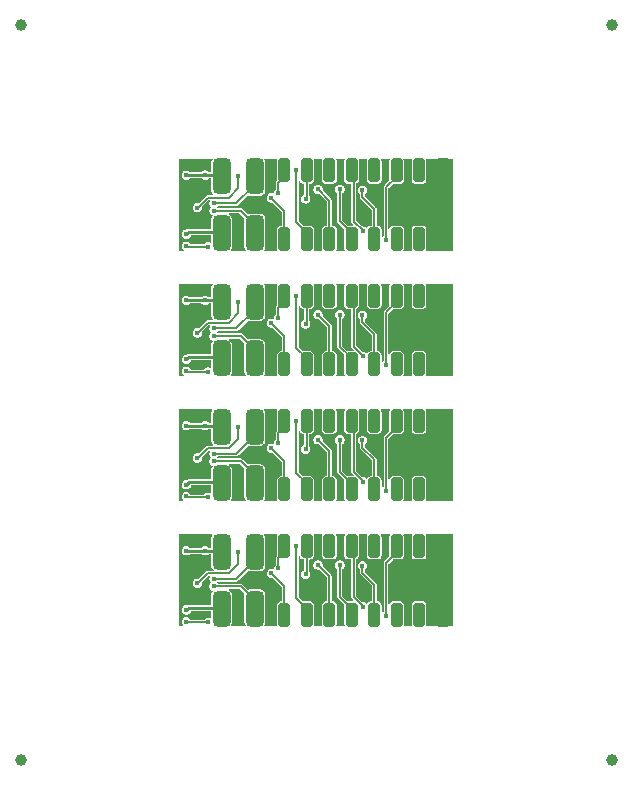
<source format=gtl>
G04 #@! TF.GenerationSoftware,KiCad,Pcbnew,9.0.0*
G04 #@! TF.CreationDate,2025-02-23T11:03:10-05:00*
G04 #@! TF.ProjectId,e24-receiver-board,6532342d-7265-4636-9569-7665722d626f,v0.1.1*
G04 #@! TF.SameCoordinates,Original*
G04 #@! TF.FileFunction,Copper,L1,Top*
G04 #@! TF.FilePolarity,Positive*
%FSLAX46Y46*%
G04 Gerber Fmt 4.6, Leading zero omitted, Abs format (unit mm)*
G04 Created by KiCad (PCBNEW 9.0.0) date 2025-02-23 11:03:10*
%MOMM*%
%LPD*%
G01*
G04 APERTURE LIST*
G04 Aperture macros list*
%AMRoundRect*
0 Rectangle with rounded corners*
0 $1 Rounding radius*
0 $2 $3 $4 $5 $6 $7 $8 $9 X,Y pos of 4 corners*
0 Add a 4 corners polygon primitive as box body*
4,1,4,$2,$3,$4,$5,$6,$7,$8,$9,$2,$3,0*
0 Add four circle primitives for the rounded corners*
1,1,$1+$1,$2,$3*
1,1,$1+$1,$4,$5*
1,1,$1+$1,$6,$7*
1,1,$1+$1,$8,$9*
0 Add four rect primitives between the rounded corners*
20,1,$1+$1,$2,$3,$4,$5,0*
20,1,$1+$1,$4,$5,$6,$7,0*
20,1,$1+$1,$6,$7,$8,$9,0*
20,1,$1+$1,$8,$9,$2,$3,0*%
G04 Aperture macros list end*
G04 #@! TA.AperFunction,SMDPad,CuDef*
%ADD10RoundRect,0.375000X-0.375000X-1.125000X0.375000X-1.125000X0.375000X1.125000X-0.375000X1.125000X0*%
G04 #@! TD*
G04 #@! TA.AperFunction,SMDPad,CuDef*
%ADD11RoundRect,0.250000X-0.250000X-0.750000X0.250000X-0.750000X0.250000X0.750000X-0.250000X0.750000X0*%
G04 #@! TD*
G04 #@! TA.AperFunction,SMDPad,CuDef*
%ADD12C,1.000000*%
G04 #@! TD*
G04 #@! TA.AperFunction,ViaPad*
%ADD13C,0.450000*%
G04 #@! TD*
G04 #@! TA.AperFunction,Conductor*
%ADD14C,0.150000*%
G04 #@! TD*
G04 #@! TA.AperFunction,Conductor*
%ADD15C,0.200000*%
G04 #@! TD*
G04 #@! TA.AperFunction,Conductor*
%ADD16C,0.250000*%
G04 #@! TD*
G04 APERTURE END LIST*
D10*
G04 #@! TO.P,J3,1,Pin_1*
G04 #@! TO.N,Board_3-/MOTOR_B*
X29800000Y-53300000D03*
G04 #@! TD*
D11*
G04 #@! TO.P,J18,1,Pin_1*
G04 #@! TO.N,Board_2-/AUX10*
X39900000Y-37400000D03*
G04 #@! TD*
G04 #@! TO.P,J4,1,Pin_1*
G04 #@! TO.N,Board_1-/LAMP_FRONT*
X32300000Y-32600000D03*
G04 #@! TD*
G04 #@! TO.P,J14,1,Pin_1*
G04 #@! TO.N,Board_3-/LAMP_REAR*
X32300000Y-48000000D03*
G04 #@! TD*
D10*
G04 #@! TO.P,J2,1,Pin_1*
G04 #@! TO.N,Board_3-/TRACK_LEFT*
X27000000Y-53300000D03*
G04 #@! TD*
D11*
G04 #@! TO.P,J5,1,Pin_1*
G04 #@! TO.N,Board_3-VCC*
X34200000Y-53800000D03*
G04 #@! TD*
G04 #@! TO.P,J10,1,Pin_1*
G04 #@! TO.N,Board_0-/SPEAKER_N*
X43700000Y-22000000D03*
G04 #@! TD*
G04 #@! TO.P,J9,1,Pin_1*
G04 #@! TO.N,Board_3-/AUX11*
X41800000Y-53800000D03*
G04 #@! TD*
G04 #@! TO.P,J6,1,Pin_1*
G04 #@! TO.N,Board_0-/AUX1 (VDC)*
X36100000Y-22000000D03*
G04 #@! TD*
D10*
G04 #@! TO.P,J13,1,Pin_1*
G04 #@! TO.N,Board_0-/MOTOR_A*
X29800000Y-16700000D03*
G04 #@! TD*
G04 #@! TO.P,J2,1,Pin_1*
G04 #@! TO.N,Board_1-/TRACK_LEFT*
X27000000Y-32100000D03*
G04 #@! TD*
G04 #@! TO.P,J3,1,Pin_1*
G04 #@! TO.N,Board_1-/MOTOR_B*
X29800000Y-32100000D03*
G04 #@! TD*
D11*
G04 #@! TO.P,J9,1,Pin_1*
G04 #@! TO.N,Board_1-/AUX11*
X41800000Y-32600000D03*
G04 #@! TD*
G04 #@! TO.P,J20,1,Pin_1*
G04 #@! TO.N,Board_2-/SPEAKER_P*
X43700000Y-37400000D03*
G04 #@! TD*
G04 #@! TO.P,J16,1,Pin_1*
G04 #@! TO.N,Board_0-VDC*
X36100000Y-16200000D03*
G04 #@! TD*
G04 #@! TO.P,J20,1,Pin_1*
G04 #@! TO.N,Board_3-/SPEAKER_P*
X43700000Y-48000000D03*
G04 #@! TD*
G04 #@! TO.P,J20,1,Pin_1*
G04 #@! TO.N,Board_0-/SPEAKER_P*
X43700000Y-16200000D03*
G04 #@! TD*
G04 #@! TO.P,J16,1,Pin_1*
G04 #@! TO.N,Board_1-VDC*
X36100000Y-26800000D03*
G04 #@! TD*
G04 #@! TO.P,J8,1,Pin_1*
G04 #@! TO.N,Board_1-/AUX4*
X39900000Y-32600000D03*
G04 #@! TD*
G04 #@! TO.P,J4,1,Pin_1*
G04 #@! TO.N,Board_2-/LAMP_FRONT*
X32300000Y-43200000D03*
G04 #@! TD*
G04 #@! TO.P,J14,1,Pin_1*
G04 #@! TO.N,Board_2-/LAMP_REAR*
X32300000Y-37400000D03*
G04 #@! TD*
G04 #@! TO.P,J4,1,Pin_1*
G04 #@! TO.N,Board_0-/LAMP_FRONT*
X32300000Y-22000000D03*
G04 #@! TD*
D10*
G04 #@! TO.P,J21,1,Pin_1*
G04 #@! TO.N,Board_0-GND*
X45700000Y-16700000D03*
G04 #@! TD*
D11*
G04 #@! TO.P,J9,1,Pin_1*
G04 #@! TO.N,Board_2-/AUX11*
X41800000Y-43200000D03*
G04 #@! TD*
D10*
G04 #@! TO.P,J12,1,Pin_1*
G04 #@! TO.N,Board_3-/TRACK_RIGHT*
X27000000Y-48500000D03*
G04 #@! TD*
D11*
G04 #@! TO.P,J8,1,Pin_1*
G04 #@! TO.N,Board_2-/AUX4*
X39900000Y-43200000D03*
G04 #@! TD*
G04 #@! TO.P,J7,1,Pin_1*
G04 #@! TO.N,Board_1-/AUX2 (VDC)*
X38000000Y-32600000D03*
G04 #@! TD*
D12*
G04 #@! TO.P,KiKit_FID_T_2,*
G04 #@! TO.N,*
X60000000Y-3850000D03*
G04 #@! TD*
D11*
G04 #@! TO.P,J15,1,Pin_1*
G04 #@! TO.N,Board_0-/CAP+*
X34200000Y-16200000D03*
G04 #@! TD*
G04 #@! TO.P,J9,1,Pin_1*
G04 #@! TO.N,Board_0-/AUX11*
X41800000Y-22000000D03*
G04 #@! TD*
D12*
G04 #@! TO.P,KiKit_FID_T_1,*
G04 #@! TO.N,*
X10000000Y-3850000D03*
G04 #@! TD*
D10*
G04 #@! TO.P,J13,1,Pin_1*
G04 #@! TO.N,Board_3-/MOTOR_A*
X29800000Y-48500000D03*
G04 #@! TD*
G04 #@! TO.P,J11,1,Pin_1*
G04 #@! TO.N,Board_1-GND*
X45700000Y-32100000D03*
G04 #@! TD*
G04 #@! TO.P,J12,1,Pin_1*
G04 #@! TO.N,Board_0-/TRACK_RIGHT*
X27000000Y-16700000D03*
G04 #@! TD*
D11*
G04 #@! TO.P,J14,1,Pin_1*
G04 #@! TO.N,Board_0-/LAMP_REAR*
X32300000Y-16200000D03*
G04 #@! TD*
G04 #@! TO.P,J7,1,Pin_1*
G04 #@! TO.N,Board_0-/AUX2 (VDC)*
X38000000Y-22000000D03*
G04 #@! TD*
D10*
G04 #@! TO.P,J21,1,Pin_1*
G04 #@! TO.N,Board_2-GND*
X45700000Y-37900000D03*
G04 #@! TD*
G04 #@! TO.P,J3,1,Pin_1*
G04 #@! TO.N,Board_0-/MOTOR_B*
X29800000Y-21500000D03*
G04 #@! TD*
G04 #@! TO.P,J13,1,Pin_1*
G04 #@! TO.N,Board_1-/MOTOR_A*
X29800000Y-27300000D03*
G04 #@! TD*
D11*
G04 #@! TO.P,J5,1,Pin_1*
G04 #@! TO.N,Board_0-VCC*
X34200000Y-22000000D03*
G04 #@! TD*
D10*
G04 #@! TO.P,J13,1,Pin_1*
G04 #@! TO.N,Board_2-/MOTOR_A*
X29800000Y-37900000D03*
G04 #@! TD*
D11*
G04 #@! TO.P,J20,1,Pin_1*
G04 #@! TO.N,Board_1-/SPEAKER_P*
X43700000Y-26800000D03*
G04 #@! TD*
D10*
G04 #@! TO.P,J12,1,Pin_1*
G04 #@! TO.N,Board_1-/TRACK_RIGHT*
X27000000Y-27300000D03*
G04 #@! TD*
D11*
G04 #@! TO.P,J15,1,Pin_1*
G04 #@! TO.N,Board_3-/CAP+*
X34200000Y-48000000D03*
G04 #@! TD*
G04 #@! TO.P,J10,1,Pin_1*
G04 #@! TO.N,Board_1-/SPEAKER_N*
X43700000Y-32600000D03*
G04 #@! TD*
D10*
G04 #@! TO.P,J11,1,Pin_1*
G04 #@! TO.N,Board_3-GND*
X45700000Y-53300000D03*
G04 #@! TD*
D11*
G04 #@! TO.P,J17,1,Pin_1*
G04 #@! TO.N,Board_2-/AUX3*
X38000000Y-37400000D03*
G04 #@! TD*
D12*
G04 #@! TO.P,KiKit_FID_T_4,*
G04 #@! TO.N,*
X60000000Y-66150000D03*
G04 #@! TD*
D11*
G04 #@! TO.P,J14,1,Pin_1*
G04 #@! TO.N,Board_1-/LAMP_REAR*
X32300000Y-26800000D03*
G04 #@! TD*
G04 #@! TO.P,J16,1,Pin_1*
G04 #@! TO.N,Board_2-VDC*
X36100000Y-37400000D03*
G04 #@! TD*
D10*
G04 #@! TO.P,J11,1,Pin_1*
G04 #@! TO.N,Board_0-GND*
X45700000Y-21500000D03*
G04 #@! TD*
G04 #@! TO.P,J2,1,Pin_1*
G04 #@! TO.N,Board_2-/TRACK_LEFT*
X27000000Y-42700000D03*
G04 #@! TD*
D11*
G04 #@! TO.P,J19,1,Pin_1*
G04 #@! TO.N,Board_2-/AUX12*
X41800000Y-37400000D03*
G04 #@! TD*
D10*
G04 #@! TO.P,J11,1,Pin_1*
G04 #@! TO.N,Board_2-GND*
X45700000Y-42700000D03*
G04 #@! TD*
D11*
G04 #@! TO.P,J7,1,Pin_1*
G04 #@! TO.N,Board_3-/AUX2 (VDC)*
X38000000Y-53800000D03*
G04 #@! TD*
G04 #@! TO.P,J7,1,Pin_1*
G04 #@! TO.N,Board_2-/AUX2 (VDC)*
X38000000Y-43200000D03*
G04 #@! TD*
G04 #@! TO.P,J19,1,Pin_1*
G04 #@! TO.N,Board_1-/AUX12*
X41800000Y-26800000D03*
G04 #@! TD*
G04 #@! TO.P,J6,1,Pin_1*
G04 #@! TO.N,Board_3-/AUX1 (VDC)*
X36100000Y-53800000D03*
G04 #@! TD*
G04 #@! TO.P,J15,1,Pin_1*
G04 #@! TO.N,Board_2-/CAP+*
X34200000Y-37400000D03*
G04 #@! TD*
G04 #@! TO.P,J8,1,Pin_1*
G04 #@! TO.N,Board_3-/AUX4*
X39900000Y-53800000D03*
G04 #@! TD*
G04 #@! TO.P,J17,1,Pin_1*
G04 #@! TO.N,Board_0-/AUX3*
X38000000Y-16200000D03*
G04 #@! TD*
G04 #@! TO.P,J6,1,Pin_1*
G04 #@! TO.N,Board_2-/AUX1 (VDC)*
X36100000Y-43200000D03*
G04 #@! TD*
G04 #@! TO.P,J10,1,Pin_1*
G04 #@! TO.N,Board_2-/SPEAKER_N*
X43700000Y-43200000D03*
G04 #@! TD*
G04 #@! TO.P,J6,1,Pin_1*
G04 #@! TO.N,Board_1-/AUX1 (VDC)*
X36100000Y-32600000D03*
G04 #@! TD*
G04 #@! TO.P,J17,1,Pin_1*
G04 #@! TO.N,Board_3-/AUX3*
X38000000Y-48000000D03*
G04 #@! TD*
G04 #@! TO.P,J5,1,Pin_1*
G04 #@! TO.N,Board_1-VCC*
X34200000Y-32600000D03*
G04 #@! TD*
G04 #@! TO.P,J8,1,Pin_1*
G04 #@! TO.N,Board_0-/AUX4*
X39900000Y-22000000D03*
G04 #@! TD*
G04 #@! TO.P,J10,1,Pin_1*
G04 #@! TO.N,Board_3-/SPEAKER_N*
X43700000Y-53800000D03*
G04 #@! TD*
G04 #@! TO.P,J17,1,Pin_1*
G04 #@! TO.N,Board_1-/AUX3*
X38000000Y-26800000D03*
G04 #@! TD*
G04 #@! TO.P,J16,1,Pin_1*
G04 #@! TO.N,Board_3-VDC*
X36100000Y-48000000D03*
G04 #@! TD*
G04 #@! TO.P,J18,1,Pin_1*
G04 #@! TO.N,Board_0-/AUX10*
X39900000Y-16200000D03*
G04 #@! TD*
D10*
G04 #@! TO.P,J12,1,Pin_1*
G04 #@! TO.N,Board_2-/TRACK_RIGHT*
X27000000Y-37900000D03*
G04 #@! TD*
G04 #@! TO.P,J3,1,Pin_1*
G04 #@! TO.N,Board_2-/MOTOR_B*
X29800000Y-42700000D03*
G04 #@! TD*
D11*
G04 #@! TO.P,J5,1,Pin_1*
G04 #@! TO.N,Board_2-VCC*
X34200000Y-43200000D03*
G04 #@! TD*
G04 #@! TO.P,J18,1,Pin_1*
G04 #@! TO.N,Board_1-/AUX10*
X39900000Y-26800000D03*
G04 #@! TD*
D10*
G04 #@! TO.P,J21,1,Pin_1*
G04 #@! TO.N,Board_3-GND*
X45700000Y-48500000D03*
G04 #@! TD*
D11*
G04 #@! TO.P,J18,1,Pin_1*
G04 #@! TO.N,Board_3-/AUX10*
X39900000Y-48000000D03*
G04 #@! TD*
G04 #@! TO.P,J15,1,Pin_1*
G04 #@! TO.N,Board_1-/CAP+*
X34200000Y-26800000D03*
G04 #@! TD*
D12*
G04 #@! TO.P,KiKit_FID_T_3,*
G04 #@! TO.N,*
X10000000Y-66150000D03*
G04 #@! TD*
D10*
G04 #@! TO.P,J21,1,Pin_1*
G04 #@! TO.N,Board_1-GND*
X45700000Y-27300000D03*
G04 #@! TD*
D11*
G04 #@! TO.P,J19,1,Pin_1*
G04 #@! TO.N,Board_3-/AUX12*
X41800000Y-48000000D03*
G04 #@! TD*
G04 #@! TO.P,J4,1,Pin_1*
G04 #@! TO.N,Board_3-/LAMP_FRONT*
X32300000Y-53800000D03*
G04 #@! TD*
D10*
G04 #@! TO.P,J2,1,Pin_1*
G04 #@! TO.N,Board_0-/TRACK_LEFT*
X27000000Y-21500000D03*
G04 #@! TD*
D11*
G04 #@! TO.P,J19,1,Pin_1*
G04 #@! TO.N,Board_0-/AUX12*
X41800000Y-16200000D03*
G04 #@! TD*
D13*
G04 #@! TO.N,Board_0-/AUX1 (VDC)*
X35150000Y-17800000D03*
G04 #@! TO.N,Board_0-/AUX10*
X39900000Y-16200000D03*
G04 #@! TO.N,Board_0-/AUX11*
X41800000Y-22000000D03*
G04 #@! TO.N,Board_0-/AUX12*
X40900000Y-22100000D03*
X25850000Y-22670000D03*
X24000000Y-22600000D03*
G04 #@! TO.N,Board_0-/AUX2 (VDC)*
X37000000Y-17800000D03*
G04 #@! TO.N,Board_0-/AUX3*
X38930000Y-21340000D03*
G04 #@! TO.N,Board_0-/AUX4*
X28400000Y-16700000D03*
X38910000Y-17850000D03*
X24930000Y-19350000D03*
G04 #@! TO.N,Board_0-/CAP+*
X34100000Y-18600000D03*
G04 #@! TO.N,Board_0-/LAMP_FRONT*
X31200000Y-18520000D03*
G04 #@! TO.N,Board_0-/LAMP_REAR*
X31800000Y-18100000D03*
G04 #@! TO.N,Board_0-/MOTOR_A*
X26340000Y-18980000D03*
G04 #@! TO.N,Board_0-/MOTOR_B*
X26340000Y-19610000D03*
G04 #@! TO.N,Board_0-/SPEAKER_N*
X43700000Y-22000000D03*
G04 #@! TO.N,Board_0-/SPEAKER_P*
X43700000Y-16200000D03*
G04 #@! TO.N,Board_0-/TRACK_LEFT*
X24000000Y-21600000D03*
X26500000Y-21410000D03*
X27100000Y-21400000D03*
G04 #@! TO.N,Board_0-/TRACK_RIGHT*
X24000000Y-16600000D03*
X27000000Y-16600000D03*
X25600000Y-16600000D03*
G04 #@! TO.N,Board_0-GND*
X35100000Y-20800000D03*
X37490000Y-19110000D03*
X45740000Y-21320000D03*
X24000000Y-15600000D03*
X38730000Y-19120000D03*
X35100000Y-19100000D03*
X25020000Y-20040000D03*
X30200000Y-19300000D03*
X35180000Y-16010000D03*
X40370000Y-19120000D03*
X28400000Y-20800000D03*
X29400000Y-19300000D03*
X24985000Y-22195000D03*
X45710000Y-16850000D03*
X31200000Y-20800000D03*
G04 #@! TO.N,Board_0-VCC*
X33300000Y-16200000D03*
G04 #@! TO.N,Board_0-VDC*
X36100000Y-15600000D03*
G04 #@! TO.N,Board_1-/AUX1 (VDC)*
X35150000Y-28400000D03*
G04 #@! TO.N,Board_1-/AUX10*
X39900000Y-26800000D03*
G04 #@! TO.N,Board_1-/AUX11*
X41800000Y-32600000D03*
G04 #@! TO.N,Board_1-/AUX12*
X25850000Y-33270000D03*
X40900000Y-32700000D03*
X24000000Y-33200000D03*
G04 #@! TO.N,Board_1-/AUX2 (VDC)*
X37000000Y-28400000D03*
G04 #@! TO.N,Board_1-/AUX3*
X38930000Y-31940000D03*
G04 #@! TO.N,Board_1-/AUX4*
X24930000Y-29950000D03*
X28400000Y-27300000D03*
X38910000Y-28450000D03*
G04 #@! TO.N,Board_1-/CAP+*
X34100000Y-29200000D03*
G04 #@! TO.N,Board_1-/LAMP_FRONT*
X31200000Y-29120000D03*
G04 #@! TO.N,Board_1-/LAMP_REAR*
X31800000Y-28700000D03*
G04 #@! TO.N,Board_1-/MOTOR_A*
X26340000Y-29580000D03*
G04 #@! TO.N,Board_1-/MOTOR_B*
X26340000Y-30210000D03*
G04 #@! TO.N,Board_1-/SPEAKER_N*
X43700000Y-32600000D03*
G04 #@! TO.N,Board_1-/SPEAKER_P*
X43700000Y-26800000D03*
G04 #@! TO.N,Board_1-/TRACK_LEFT*
X24000000Y-32200000D03*
X26500000Y-32010000D03*
X27100000Y-32000000D03*
G04 #@! TO.N,Board_1-/TRACK_RIGHT*
X25600000Y-27200000D03*
X27000000Y-27200000D03*
X24000000Y-27200000D03*
G04 #@! TO.N,Board_1-GND*
X45740000Y-31920000D03*
X35180000Y-26610000D03*
X45710000Y-27450000D03*
X35100000Y-29700000D03*
X35100000Y-31400000D03*
X38730000Y-29720000D03*
X24000000Y-26200000D03*
X31200000Y-31400000D03*
X30200000Y-29900000D03*
X28400000Y-31400000D03*
X29400000Y-29900000D03*
X40370000Y-29720000D03*
X24985000Y-32795000D03*
X25020000Y-30640000D03*
X37490000Y-29710000D03*
G04 #@! TO.N,Board_1-VCC*
X33300000Y-26800000D03*
G04 #@! TO.N,Board_1-VDC*
X36100000Y-26200000D03*
G04 #@! TO.N,Board_2-/AUX1 (VDC)*
X35150000Y-39000000D03*
G04 #@! TO.N,Board_2-/AUX10*
X39900000Y-37400000D03*
G04 #@! TO.N,Board_2-/AUX11*
X41800000Y-43200000D03*
G04 #@! TO.N,Board_2-/AUX12*
X40900000Y-43300000D03*
X25850000Y-43870000D03*
X24000000Y-43800000D03*
G04 #@! TO.N,Board_2-/AUX2 (VDC)*
X37000000Y-39000000D03*
G04 #@! TO.N,Board_2-/AUX3*
X38930000Y-42540000D03*
G04 #@! TO.N,Board_2-/AUX4*
X38910000Y-39050000D03*
X24930000Y-40550000D03*
X28400000Y-37900000D03*
G04 #@! TO.N,Board_2-/CAP+*
X34100000Y-39800000D03*
G04 #@! TO.N,Board_2-/LAMP_FRONT*
X31200000Y-39720000D03*
G04 #@! TO.N,Board_2-/LAMP_REAR*
X31800000Y-39300000D03*
G04 #@! TO.N,Board_2-/MOTOR_A*
X26340000Y-40180000D03*
G04 #@! TO.N,Board_2-/MOTOR_B*
X26340000Y-40810000D03*
G04 #@! TO.N,Board_2-/SPEAKER_N*
X43700000Y-43200000D03*
G04 #@! TO.N,Board_2-/SPEAKER_P*
X43700000Y-37400000D03*
G04 #@! TO.N,Board_2-/TRACK_LEFT*
X26500000Y-42610000D03*
X27100000Y-42600000D03*
X24000000Y-42800000D03*
G04 #@! TO.N,Board_2-/TRACK_RIGHT*
X24000000Y-37800000D03*
X25600000Y-37800000D03*
X27000000Y-37800000D03*
G04 #@! TO.N,Board_2-GND*
X37490000Y-40310000D03*
X35180000Y-37210000D03*
X45740000Y-42520000D03*
X24985000Y-43395000D03*
X45710000Y-38050000D03*
X28400000Y-42000000D03*
X24000000Y-36800000D03*
X40370000Y-40320000D03*
X31200000Y-42000000D03*
X35100000Y-40300000D03*
X25020000Y-41240000D03*
X38730000Y-40320000D03*
X29400000Y-40500000D03*
X35100000Y-42000000D03*
X30200000Y-40500000D03*
G04 #@! TO.N,Board_2-VCC*
X33300000Y-37400000D03*
G04 #@! TO.N,Board_2-VDC*
X36100000Y-36800000D03*
G04 #@! TO.N,Board_3-/AUX1 (VDC)*
X35150000Y-49600000D03*
G04 #@! TO.N,Board_3-/AUX10*
X39900000Y-48000000D03*
G04 #@! TO.N,Board_3-/AUX11*
X41800000Y-53800000D03*
G04 #@! TO.N,Board_3-/AUX12*
X24000000Y-54400000D03*
X40900000Y-53900000D03*
X25850000Y-54470000D03*
G04 #@! TO.N,Board_3-/AUX2 (VDC)*
X37000000Y-49600000D03*
G04 #@! TO.N,Board_3-/AUX3*
X38930000Y-53140000D03*
G04 #@! TO.N,Board_3-/AUX4*
X24930000Y-51150000D03*
X28400000Y-48500000D03*
X38910000Y-49650000D03*
G04 #@! TO.N,Board_3-/CAP+*
X34100000Y-50400000D03*
G04 #@! TO.N,Board_3-/LAMP_FRONT*
X31200000Y-50320000D03*
G04 #@! TO.N,Board_3-/LAMP_REAR*
X31800000Y-49900000D03*
G04 #@! TO.N,Board_3-/MOTOR_A*
X26340000Y-50780000D03*
G04 #@! TO.N,Board_3-/MOTOR_B*
X26340000Y-51410000D03*
G04 #@! TO.N,Board_3-/SPEAKER_N*
X43700000Y-53800000D03*
G04 #@! TO.N,Board_3-/SPEAKER_P*
X43700000Y-48000000D03*
G04 #@! TO.N,Board_3-/TRACK_LEFT*
X27100000Y-53200000D03*
X24000000Y-53400000D03*
X26500000Y-53210000D03*
G04 #@! TO.N,Board_3-/TRACK_RIGHT*
X25600000Y-48400000D03*
X27000000Y-48400000D03*
X24000000Y-48400000D03*
G04 #@! TO.N,Board_3-GND*
X45740000Y-53120000D03*
X29400000Y-51100000D03*
X35100000Y-50900000D03*
X40370000Y-50920000D03*
X35180000Y-47810000D03*
X35100000Y-52600000D03*
X45710000Y-48650000D03*
X38730000Y-50920000D03*
X31200000Y-52600000D03*
X37490000Y-50910000D03*
X30200000Y-51100000D03*
X28400000Y-52600000D03*
X24985000Y-53995000D03*
X25020000Y-51840000D03*
X24000000Y-47400000D03*
G04 #@! TO.N,Board_3-VCC*
X33300000Y-48000000D03*
G04 #@! TO.N,Board_3-VDC*
X36100000Y-47400000D03*
G04 #@! TD*
D14*
G04 #@! TO.N,Board_0-/AUX1 (VDC)*
X36100000Y-18750000D02*
X36100000Y-22000000D01*
X35150000Y-17800000D02*
X36100000Y-18750000D01*
G04 #@! TO.N,Board_0-/AUX12*
X41800000Y-16720000D02*
X41800000Y-16200000D01*
X24070000Y-22670000D02*
X25850000Y-22670000D01*
X24000000Y-22600000D02*
X24070000Y-22670000D01*
X40900000Y-17620000D02*
X41800000Y-16720000D01*
X40900000Y-22100000D02*
X40900000Y-17620000D01*
G04 #@! TO.N,Board_0-/AUX2 (VDC)*
X37000000Y-17800000D02*
X37000000Y-20510000D01*
X38000000Y-21510000D02*
X38000000Y-22000000D01*
X37000000Y-20510000D02*
X38000000Y-21510000D01*
G04 #@! TO.N,Board_0-/AUX3*
X38930000Y-21279606D02*
X38175000Y-20524606D01*
X38930000Y-21340000D02*
X38930000Y-21279606D01*
X38175000Y-20524606D02*
X38175000Y-16396752D01*
G04 #@! TO.N,Board_0-/AUX4*
X28400000Y-16700000D02*
X28400000Y-17700000D01*
X28400000Y-17700000D02*
X27600000Y-18500000D01*
X38910000Y-17850000D02*
X38910000Y-18470000D01*
X27600000Y-18500000D02*
X25800000Y-18500000D01*
X39900000Y-19460000D02*
X39900000Y-22000000D01*
X38910000Y-18470000D02*
X39900000Y-19460000D01*
X24950000Y-19350000D02*
X24930000Y-19350000D01*
X25800000Y-18500000D02*
X24950000Y-19350000D01*
G04 #@! TO.N,Board_0-/CAP+*
X34200000Y-18500000D02*
X34200000Y-16200000D01*
X34100000Y-18600000D02*
X34200000Y-18500000D01*
G04 #@! TO.N,Board_0-/LAMP_FRONT*
X31200000Y-18520000D02*
X32300000Y-19620000D01*
X32300000Y-19620000D02*
X32300000Y-22000000D01*
G04 #@! TO.N,Board_0-/LAMP_REAR*
X32300000Y-16730000D02*
X32300000Y-16200000D01*
X31800000Y-18100000D02*
X31800000Y-17230000D01*
X31800000Y-17230000D02*
X32300000Y-16730000D01*
D15*
G04 #@! TO.N,Board_0-/MOTOR_A*
X26340000Y-18980000D02*
X28220000Y-18980000D01*
X29800000Y-17400000D02*
X29800000Y-16700000D01*
X28220000Y-18980000D02*
X29800000Y-17400000D01*
G04 #@! TO.N,Board_0-/MOTOR_B*
X26340000Y-19610000D02*
X28610000Y-19610000D01*
X28610000Y-19610000D02*
X29800000Y-20800000D01*
X29800000Y-20800000D02*
X29800000Y-21500000D01*
G04 #@! TO.N,Board_0-/TRACK_LEFT*
X26500000Y-21500000D02*
X27000000Y-21500000D01*
D16*
X24190000Y-21410000D02*
X24000000Y-21600000D01*
X26500000Y-21410000D02*
X24190000Y-21410000D01*
G04 #@! TO.N,Board_0-/TRACK_RIGHT*
X24000000Y-16600000D02*
X25600000Y-16600000D01*
X25600000Y-16600000D02*
X27000000Y-16600000D01*
D14*
G04 #@! TO.N,Board_0-VCC*
X33300000Y-16200000D02*
X33300000Y-20600000D01*
X34200000Y-21500000D02*
X34200000Y-22000000D01*
X33300000Y-20600000D02*
X34200000Y-21500000D01*
G04 #@! TO.N,Board_1-/AUX1 (VDC)*
X36100000Y-29350000D02*
X36100000Y-32600000D01*
X35150000Y-28400000D02*
X36100000Y-29350000D01*
G04 #@! TO.N,Board_1-/AUX12*
X24000000Y-33200000D02*
X24070000Y-33270000D01*
X24070000Y-33270000D02*
X25850000Y-33270000D01*
X41800000Y-27320000D02*
X41800000Y-26800000D01*
X40900000Y-32700000D02*
X40900000Y-28220000D01*
X40900000Y-28220000D02*
X41800000Y-27320000D01*
G04 #@! TO.N,Board_1-/AUX2 (VDC)*
X38000000Y-32110000D02*
X38000000Y-32600000D01*
X37000000Y-28400000D02*
X37000000Y-31110000D01*
X37000000Y-31110000D02*
X38000000Y-32110000D01*
G04 #@! TO.N,Board_1-/AUX3*
X38930000Y-31879606D02*
X38175000Y-31124606D01*
X38175000Y-31124606D02*
X38175000Y-26996752D01*
X38930000Y-31940000D02*
X38930000Y-31879606D01*
G04 #@! TO.N,Board_1-/AUX4*
X25800000Y-29100000D02*
X24950000Y-29950000D01*
X38910000Y-28450000D02*
X38910000Y-29070000D01*
X28400000Y-27300000D02*
X28400000Y-28300000D01*
X28400000Y-28300000D02*
X27600000Y-29100000D01*
X39900000Y-30060000D02*
X39900000Y-32600000D01*
X27600000Y-29100000D02*
X25800000Y-29100000D01*
X38910000Y-29070000D02*
X39900000Y-30060000D01*
X24950000Y-29950000D02*
X24930000Y-29950000D01*
G04 #@! TO.N,Board_1-/CAP+*
X34200000Y-29100000D02*
X34200000Y-26800000D01*
X34100000Y-29200000D02*
X34200000Y-29100000D01*
G04 #@! TO.N,Board_1-/LAMP_FRONT*
X32300000Y-30220000D02*
X32300000Y-32600000D01*
X31200000Y-29120000D02*
X32300000Y-30220000D01*
G04 #@! TO.N,Board_1-/LAMP_REAR*
X32300000Y-27330000D02*
X32300000Y-26800000D01*
X31800000Y-27830000D02*
X32300000Y-27330000D01*
X31800000Y-28700000D02*
X31800000Y-27830000D01*
D15*
G04 #@! TO.N,Board_1-/MOTOR_A*
X28220000Y-29580000D02*
X29800000Y-28000000D01*
X26340000Y-29580000D02*
X28220000Y-29580000D01*
X29800000Y-28000000D02*
X29800000Y-27300000D01*
G04 #@! TO.N,Board_1-/MOTOR_B*
X28610000Y-30210000D02*
X29800000Y-31400000D01*
X26340000Y-30210000D02*
X28610000Y-30210000D01*
X29800000Y-31400000D02*
X29800000Y-32100000D01*
D16*
G04 #@! TO.N,Board_1-/TRACK_LEFT*
X24190000Y-32010000D02*
X24000000Y-32200000D01*
D15*
X26500000Y-32100000D02*
X27000000Y-32100000D01*
D16*
X26500000Y-32010000D02*
X24190000Y-32010000D01*
G04 #@! TO.N,Board_1-/TRACK_RIGHT*
X24000000Y-27200000D02*
X25600000Y-27200000D01*
X25600000Y-27200000D02*
X27000000Y-27200000D01*
D14*
G04 #@! TO.N,Board_1-VCC*
X34200000Y-32100000D02*
X34200000Y-32600000D01*
X33300000Y-31200000D02*
X34200000Y-32100000D01*
X33300000Y-26800000D02*
X33300000Y-31200000D01*
G04 #@! TO.N,Board_2-/AUX1 (VDC)*
X35150000Y-39000000D02*
X36100000Y-39950000D01*
X36100000Y-39950000D02*
X36100000Y-43200000D01*
G04 #@! TO.N,Board_2-/AUX12*
X40900000Y-38820000D02*
X41800000Y-37920000D01*
X24070000Y-43870000D02*
X25850000Y-43870000D01*
X40900000Y-43300000D02*
X40900000Y-38820000D01*
X24000000Y-43800000D02*
X24070000Y-43870000D01*
X41800000Y-37920000D02*
X41800000Y-37400000D01*
G04 #@! TO.N,Board_2-/AUX2 (VDC)*
X38000000Y-42710000D02*
X38000000Y-43200000D01*
X37000000Y-39000000D02*
X37000000Y-41710000D01*
X37000000Y-41710000D02*
X38000000Y-42710000D01*
G04 #@! TO.N,Board_2-/AUX3*
X38930000Y-42540000D02*
X38930000Y-42479606D01*
X38930000Y-42479606D02*
X38175000Y-41724606D01*
X38175000Y-41724606D02*
X38175000Y-37596752D01*
G04 #@! TO.N,Board_2-/AUX4*
X28400000Y-38900000D02*
X27600000Y-39700000D01*
X38910000Y-39050000D02*
X38910000Y-39670000D01*
X24950000Y-40550000D02*
X24930000Y-40550000D01*
X28400000Y-37900000D02*
X28400000Y-38900000D01*
X38910000Y-39670000D02*
X39900000Y-40660000D01*
X25800000Y-39700000D02*
X24950000Y-40550000D01*
X27600000Y-39700000D02*
X25800000Y-39700000D01*
X39900000Y-40660000D02*
X39900000Y-43200000D01*
G04 #@! TO.N,Board_2-/CAP+*
X34100000Y-39800000D02*
X34200000Y-39700000D01*
X34200000Y-39700000D02*
X34200000Y-37400000D01*
G04 #@! TO.N,Board_2-/LAMP_FRONT*
X31200000Y-39720000D02*
X32300000Y-40820000D01*
X32300000Y-40820000D02*
X32300000Y-43200000D01*
G04 #@! TO.N,Board_2-/LAMP_REAR*
X31800000Y-39300000D02*
X31800000Y-38430000D01*
X31800000Y-38430000D02*
X32300000Y-37930000D01*
X32300000Y-37930000D02*
X32300000Y-37400000D01*
D15*
G04 #@! TO.N,Board_2-/MOTOR_A*
X28220000Y-40180000D02*
X29800000Y-38600000D01*
X26340000Y-40180000D02*
X28220000Y-40180000D01*
X29800000Y-38600000D02*
X29800000Y-37900000D01*
G04 #@! TO.N,Board_2-/MOTOR_B*
X28610000Y-40810000D02*
X29800000Y-42000000D01*
X26340000Y-40810000D02*
X28610000Y-40810000D01*
X29800000Y-42000000D02*
X29800000Y-42700000D01*
G04 #@! TO.N,Board_2-/TRACK_LEFT*
X26500000Y-42700000D02*
X27000000Y-42700000D01*
D16*
X26500000Y-42610000D02*
X24190000Y-42610000D01*
X24190000Y-42610000D02*
X24000000Y-42800000D01*
G04 #@! TO.N,Board_2-/TRACK_RIGHT*
X25600000Y-37800000D02*
X27000000Y-37800000D01*
X24000000Y-37800000D02*
X25600000Y-37800000D01*
D14*
G04 #@! TO.N,Board_2-VCC*
X33300000Y-41800000D02*
X34200000Y-42700000D01*
X33300000Y-37400000D02*
X33300000Y-41800000D01*
X34200000Y-42700000D02*
X34200000Y-43200000D01*
G04 #@! TO.N,Board_3-/AUX1 (VDC)*
X35150000Y-49600000D02*
X36100000Y-50550000D01*
X36100000Y-50550000D02*
X36100000Y-53800000D01*
G04 #@! TO.N,Board_3-/AUX12*
X41800000Y-48520000D02*
X41800000Y-48000000D01*
X24000000Y-54400000D02*
X24070000Y-54470000D01*
X24070000Y-54470000D02*
X25850000Y-54470000D01*
X40900000Y-49420000D02*
X41800000Y-48520000D01*
X40900000Y-53900000D02*
X40900000Y-49420000D01*
G04 #@! TO.N,Board_3-/AUX2 (VDC)*
X37000000Y-49600000D02*
X37000000Y-52310000D01*
X38000000Y-53310000D02*
X38000000Y-53800000D01*
X37000000Y-52310000D02*
X38000000Y-53310000D01*
G04 #@! TO.N,Board_3-/AUX3*
X38930000Y-53140000D02*
X38930000Y-53079606D01*
X38930000Y-53079606D02*
X38175000Y-52324606D01*
X38175000Y-52324606D02*
X38175000Y-48196752D01*
G04 #@! TO.N,Board_3-/AUX4*
X38910000Y-50270000D02*
X39900000Y-51260000D01*
X28400000Y-49500000D02*
X27600000Y-50300000D01*
X28400000Y-48500000D02*
X28400000Y-49500000D01*
X24950000Y-51150000D02*
X24930000Y-51150000D01*
X25800000Y-50300000D02*
X24950000Y-51150000D01*
X39900000Y-51260000D02*
X39900000Y-53800000D01*
X38910000Y-49650000D02*
X38910000Y-50270000D01*
X27600000Y-50300000D02*
X25800000Y-50300000D01*
G04 #@! TO.N,Board_3-/CAP+*
X34100000Y-50400000D02*
X34200000Y-50300000D01*
X34200000Y-50300000D02*
X34200000Y-48000000D01*
G04 #@! TO.N,Board_3-/LAMP_FRONT*
X31200000Y-50320000D02*
X32300000Y-51420000D01*
X32300000Y-51420000D02*
X32300000Y-53800000D01*
G04 #@! TO.N,Board_3-/LAMP_REAR*
X31800000Y-49030000D02*
X32300000Y-48530000D01*
X31800000Y-49900000D02*
X31800000Y-49030000D01*
X32300000Y-48530000D02*
X32300000Y-48000000D01*
D15*
G04 #@! TO.N,Board_3-/MOTOR_A*
X29800000Y-49200000D02*
X29800000Y-48500000D01*
X26340000Y-50780000D02*
X28220000Y-50780000D01*
X28220000Y-50780000D02*
X29800000Y-49200000D01*
G04 #@! TO.N,Board_3-/MOTOR_B*
X29800000Y-52600000D02*
X29800000Y-53300000D01*
X26340000Y-51410000D02*
X28610000Y-51410000D01*
X28610000Y-51410000D02*
X29800000Y-52600000D01*
D16*
G04 #@! TO.N,Board_3-/TRACK_LEFT*
X26500000Y-53210000D02*
X24190000Y-53210000D01*
X24190000Y-53210000D02*
X24000000Y-53400000D01*
D15*
X26500000Y-53300000D02*
X27000000Y-53300000D01*
D16*
G04 #@! TO.N,Board_3-/TRACK_RIGHT*
X24000000Y-48400000D02*
X25600000Y-48400000D01*
X25600000Y-48400000D02*
X27000000Y-48400000D01*
D14*
G04 #@! TO.N,Board_3-VCC*
X33300000Y-52400000D02*
X34200000Y-53300000D01*
X33300000Y-48000000D02*
X33300000Y-52400000D01*
X34200000Y-53300000D02*
X34200000Y-53800000D01*
G04 #@! TD*
G04 #@! TA.AperFunction,Conductor*
G04 #@! TO.N,Board_0-GND*
G36*
X26210658Y-15214852D02*
G01*
X26225010Y-15249500D01*
X26215237Y-15278863D01*
X26195540Y-15305176D01*
X26176769Y-15330251D01*
X26125972Y-15466442D01*
X26119500Y-15526644D01*
X26119500Y-16295500D01*
X26105148Y-16330148D01*
X26070500Y-16344500D01*
X25931189Y-16344500D01*
X25896541Y-16330148D01*
X25845913Y-16279520D01*
X25754589Y-16226793D01*
X25754585Y-16226792D01*
X25652730Y-16199500D01*
X25652727Y-16199500D01*
X25547273Y-16199500D01*
X25547270Y-16199500D01*
X25445414Y-16226792D01*
X25445410Y-16226793D01*
X25354086Y-16279520D01*
X25354086Y-16279521D01*
X25303459Y-16330148D01*
X25268811Y-16344500D01*
X24331189Y-16344500D01*
X24296541Y-16330148D01*
X24245913Y-16279520D01*
X24154589Y-16226793D01*
X24154585Y-16226792D01*
X24052730Y-16199500D01*
X24052727Y-16199500D01*
X23947273Y-16199500D01*
X23947270Y-16199500D01*
X23845414Y-16226792D01*
X23845410Y-16226793D01*
X23754086Y-16279520D01*
X23754086Y-16279521D01*
X23679521Y-16354086D01*
X23679520Y-16354086D01*
X23626793Y-16445410D01*
X23626792Y-16445414D01*
X23599500Y-16547269D01*
X23599500Y-16652730D01*
X23626792Y-16754585D01*
X23626793Y-16754589D01*
X23679520Y-16845913D01*
X23754087Y-16920480D01*
X23787513Y-16939778D01*
X23845410Y-16973206D01*
X23845412Y-16973206D01*
X23845413Y-16973207D01*
X23925747Y-16994732D01*
X23947269Y-17000499D01*
X23947270Y-17000500D01*
X23947273Y-17000500D01*
X24052730Y-17000500D01*
X24052730Y-17000499D01*
X24154587Y-16973207D01*
X24245913Y-16920480D01*
X24296541Y-16869852D01*
X24331189Y-16855500D01*
X25268811Y-16855500D01*
X25303459Y-16869852D01*
X25354087Y-16920480D01*
X25387513Y-16939778D01*
X25445410Y-16973206D01*
X25445412Y-16973206D01*
X25445413Y-16973207D01*
X25525747Y-16994732D01*
X25547269Y-17000499D01*
X25547270Y-17000500D01*
X25547273Y-17000500D01*
X25652730Y-17000500D01*
X25652730Y-17000499D01*
X25754587Y-16973207D01*
X25845913Y-16920480D01*
X25896541Y-16869852D01*
X25931189Y-16855500D01*
X26070501Y-16855500D01*
X26105149Y-16869852D01*
X26119501Y-16904500D01*
X26119501Y-17873354D01*
X26125971Y-17933552D01*
X26125974Y-17933561D01*
X26176769Y-18069748D01*
X26176770Y-18069750D01*
X26176771Y-18069751D01*
X26263882Y-18186118D01*
X26283093Y-18200499D01*
X26290807Y-18206274D01*
X26309943Y-18238527D01*
X26300668Y-18274865D01*
X26268415Y-18294001D01*
X26261442Y-18294500D01*
X25759121Y-18294500D01*
X25741698Y-18301718D01*
X25741697Y-18301718D01*
X25736362Y-18303928D01*
X25683594Y-18325785D01*
X25625785Y-18383594D01*
X25625784Y-18383595D01*
X25063579Y-18945799D01*
X25028931Y-18960151D01*
X25016249Y-18958481D01*
X24982730Y-18949500D01*
X24982727Y-18949500D01*
X24877273Y-18949500D01*
X24877270Y-18949500D01*
X24775414Y-18976792D01*
X24775410Y-18976793D01*
X24684086Y-19029520D01*
X24684086Y-19029521D01*
X24609521Y-19104086D01*
X24609520Y-19104086D01*
X24556793Y-19195410D01*
X24556792Y-19195414D01*
X24529500Y-19297269D01*
X24529500Y-19402730D01*
X24556527Y-19503595D01*
X24556793Y-19504587D01*
X24609520Y-19595913D01*
X24684087Y-19670480D01*
X24717513Y-19689778D01*
X24775410Y-19723206D01*
X24775412Y-19723206D01*
X24775413Y-19723207D01*
X24855747Y-19744732D01*
X24877269Y-19750499D01*
X24877270Y-19750500D01*
X24877273Y-19750500D01*
X24982730Y-19750500D01*
X24982730Y-19750499D01*
X25084587Y-19723207D01*
X25175913Y-19670480D01*
X25250480Y-19595913D01*
X25303207Y-19504587D01*
X25330499Y-19402730D01*
X25330500Y-19402730D01*
X25330500Y-19297276D01*
X25330500Y-19297273D01*
X25329970Y-19295296D01*
X25330104Y-19294273D01*
X25330081Y-19294092D01*
X25330129Y-19294085D01*
X25334863Y-19258117D01*
X25342648Y-19247970D01*
X25870768Y-18719852D01*
X25905416Y-18705500D01*
X25951155Y-18705500D01*
X25985803Y-18719852D01*
X26000155Y-18754500D01*
X25993590Y-18778997D01*
X25974403Y-18812231D01*
X25966792Y-18825414D01*
X25939500Y-18927269D01*
X25939500Y-19032730D01*
X25966792Y-19134585D01*
X25966793Y-19134589D01*
X26019520Y-19225913D01*
X26053959Y-19260352D01*
X26068311Y-19295000D01*
X26053959Y-19329648D01*
X26019520Y-19364087D01*
X26002228Y-19394037D01*
X25966793Y-19455410D01*
X25966792Y-19455414D01*
X25939500Y-19557269D01*
X25939500Y-19662730D01*
X25966792Y-19764585D01*
X25966793Y-19764589D01*
X26010621Y-19840500D01*
X26019520Y-19855913D01*
X26094087Y-19930480D01*
X26127513Y-19949778D01*
X26185410Y-19983206D01*
X26185413Y-19983207D01*
X26199968Y-19987107D01*
X26229721Y-20009937D01*
X26234616Y-20047119D01*
X26226513Y-20063799D01*
X26200782Y-20098173D01*
X26176769Y-20130251D01*
X26125972Y-20266442D01*
X26119500Y-20326644D01*
X26119500Y-21105500D01*
X26105148Y-21140148D01*
X26070500Y-21154500D01*
X24246532Y-21154500D01*
X24246524Y-21154499D01*
X24240823Y-21154499D01*
X24139178Y-21154499D01*
X24139176Y-21154499D01*
X24073627Y-21181651D01*
X24045271Y-21193397D01*
X24045270Y-21193397D01*
X24040813Y-21195244D01*
X24040197Y-21193758D01*
X24021274Y-21199500D01*
X23947270Y-21199500D01*
X23845414Y-21226792D01*
X23845410Y-21226793D01*
X23754086Y-21279520D01*
X23754086Y-21279521D01*
X23679521Y-21354086D01*
X23679520Y-21354086D01*
X23626793Y-21445410D01*
X23626792Y-21445414D01*
X23599500Y-21547269D01*
X23599500Y-21652730D01*
X23626792Y-21754585D01*
X23626793Y-21754589D01*
X23665667Y-21821919D01*
X23679520Y-21845913D01*
X23754087Y-21920480D01*
X23786151Y-21938992D01*
X23845410Y-21973206D01*
X23845412Y-21973206D01*
X23845413Y-21973207D01*
X23925747Y-21994732D01*
X23947269Y-22000499D01*
X23947270Y-22000500D01*
X23947273Y-22000500D01*
X24052730Y-22000500D01*
X24052730Y-22000499D01*
X24154587Y-21973207D01*
X24245913Y-21920480D01*
X24320480Y-21845913D01*
X24367192Y-21765005D01*
X24373206Y-21754589D01*
X24373206Y-21754588D01*
X24373207Y-21754587D01*
X24380781Y-21726318D01*
X24387347Y-21701818D01*
X24410177Y-21672065D01*
X24434677Y-21665500D01*
X26070501Y-21665500D01*
X26105149Y-21679852D01*
X26119501Y-21714500D01*
X26119500Y-22278267D01*
X26105148Y-22312915D01*
X26070500Y-22327267D01*
X26046000Y-22320702D01*
X26004589Y-22296793D01*
X26004585Y-22296792D01*
X25902730Y-22269500D01*
X25902727Y-22269500D01*
X25797273Y-22269500D01*
X25797270Y-22269500D01*
X25695414Y-22296792D01*
X25695410Y-22296793D01*
X25604086Y-22349520D01*
X25604086Y-22349521D01*
X25529522Y-22424084D01*
X25529515Y-22424093D01*
X25520332Y-22440000D01*
X25490579Y-22462830D01*
X25477897Y-22464500D01*
X24412517Y-22464500D01*
X24377869Y-22450148D01*
X24370082Y-22440000D01*
X24320479Y-22354086D01*
X24245913Y-22279520D01*
X24154589Y-22226793D01*
X24154585Y-22226792D01*
X24052730Y-22199500D01*
X24052727Y-22199500D01*
X23947273Y-22199500D01*
X23947270Y-22199500D01*
X23845414Y-22226792D01*
X23845410Y-22226793D01*
X23754086Y-22279520D01*
X23754086Y-22279521D01*
X23679521Y-22354086D01*
X23679520Y-22354086D01*
X23626793Y-22445410D01*
X23626792Y-22445414D01*
X23599500Y-22547269D01*
X23599500Y-22652730D01*
X23626792Y-22754585D01*
X23626793Y-22754589D01*
X23679520Y-22845913D01*
X23749459Y-22915852D01*
X23763811Y-22950500D01*
X23749459Y-22985148D01*
X23714811Y-22999500D01*
X23449500Y-22999500D01*
X23414852Y-22985148D01*
X23400500Y-22950500D01*
X23400500Y-15249500D01*
X23414852Y-15214852D01*
X23449500Y-15200500D01*
X26176010Y-15200500D01*
X26210658Y-15214852D01*
G37*
G04 #@! TD.AperFunction*
G04 #@! TA.AperFunction,Conductor*
G36*
X28528876Y-19854852D02*
G01*
X28910802Y-20236778D01*
X28925154Y-20271426D01*
X28924873Y-20276663D01*
X28919500Y-20326643D01*
X28919500Y-22673354D01*
X28925971Y-22733552D01*
X28925974Y-22733561D01*
X28976769Y-22869748D01*
X28976770Y-22869750D01*
X28976771Y-22869751D01*
X29015237Y-22921136D01*
X29024511Y-22957473D01*
X29005375Y-22989727D01*
X28976010Y-22999500D01*
X27823990Y-22999500D01*
X27789342Y-22985148D01*
X27774990Y-22950500D01*
X27784762Y-22921136D01*
X27823229Y-22869751D01*
X27874027Y-22733557D01*
X27880500Y-22673349D01*
X27880499Y-20326652D01*
X27880499Y-20326651D01*
X27880499Y-20326645D01*
X27874028Y-20266447D01*
X27874026Y-20266442D01*
X27823229Y-20130249D01*
X27736118Y-20013882D01*
X27624706Y-19930480D01*
X27622363Y-19928726D01*
X27603227Y-19896473D01*
X27612502Y-19860135D01*
X27644755Y-19840999D01*
X27651728Y-19840500D01*
X28494228Y-19840500D01*
X28528876Y-19854852D01*
G37*
G04 #@! TD.AperFunction*
G04 #@! TA.AperFunction,Conductor*
G36*
X31680286Y-15204785D02*
G01*
X31691463Y-15205479D01*
X31696942Y-15211684D01*
X31704590Y-15214852D01*
X31708874Y-15225196D01*
X31716287Y-15233590D01*
X31715774Y-15241852D01*
X31718942Y-15249500D01*
X31713963Y-15271021D01*
X31680276Y-15339927D01*
X31680276Y-15339928D01*
X31669500Y-15413888D01*
X31669500Y-16986113D01*
X31676607Y-17034898D01*
X31667400Y-17071253D01*
X31662768Y-17076609D01*
X31625785Y-17113593D01*
X31594501Y-17189120D01*
X31594500Y-17189126D01*
X31594500Y-17727897D01*
X31580148Y-17762545D01*
X31570001Y-17770332D01*
X31554090Y-17779518D01*
X31554083Y-17779523D01*
X31479521Y-17854086D01*
X31479520Y-17854086D01*
X31426793Y-17945410D01*
X31426792Y-17945414D01*
X31399500Y-18047269D01*
X31399500Y-18094969D01*
X31385148Y-18129617D01*
X31350500Y-18143969D01*
X31337818Y-18142299D01*
X31252730Y-18119500D01*
X31252727Y-18119500D01*
X31147273Y-18119500D01*
X31147270Y-18119500D01*
X31045414Y-18146792D01*
X31045410Y-18146793D01*
X30954086Y-18199520D01*
X30954086Y-18199521D01*
X30879521Y-18274086D01*
X30879520Y-18274086D01*
X30826793Y-18365410D01*
X30826792Y-18365414D01*
X30799500Y-18467269D01*
X30799500Y-18572730D01*
X30826792Y-18674585D01*
X30826793Y-18674589D01*
X30861758Y-18735149D01*
X30879520Y-18765913D01*
X30954087Y-18840480D01*
X30979959Y-18855417D01*
X31045410Y-18893206D01*
X31045412Y-18893206D01*
X31045413Y-18893207D01*
X31102197Y-18908422D01*
X31147269Y-18920499D01*
X31147270Y-18920500D01*
X31147273Y-18920500D01*
X31252726Y-18920500D01*
X31252727Y-18920500D01*
X31270474Y-18915744D01*
X31307655Y-18920637D01*
X31317805Y-18928426D01*
X32080148Y-19690769D01*
X32094500Y-19725417D01*
X32094500Y-20820500D01*
X32080148Y-20855148D01*
X32045500Y-20869500D01*
X32013888Y-20869500D01*
X31939928Y-20880276D01*
X31939927Y-20880276D01*
X31825845Y-20936048D01*
X31825841Y-20936050D01*
X31736050Y-21025841D01*
X31736048Y-21025845D01*
X31680276Y-21139927D01*
X31680276Y-21139928D01*
X31669501Y-21213885D01*
X31669500Y-21213890D01*
X31669500Y-22786110D01*
X31680276Y-22860072D01*
X31707545Y-22915852D01*
X31713963Y-22928979D01*
X31716287Y-22966410D01*
X31691463Y-22994521D01*
X31669942Y-22999500D01*
X30623990Y-22999500D01*
X30589342Y-22985148D01*
X30574990Y-22950500D01*
X30584762Y-22921136D01*
X30623229Y-22869751D01*
X30674027Y-22733557D01*
X30680500Y-22673349D01*
X30680499Y-20326652D01*
X30680499Y-20326651D01*
X30680499Y-20326645D01*
X30674028Y-20266447D01*
X30674026Y-20266442D01*
X30623229Y-20130249D01*
X30536118Y-20013882D01*
X30419751Y-19926771D01*
X30419750Y-19926770D01*
X30419748Y-19926769D01*
X30283557Y-19875972D01*
X30223355Y-19869500D01*
X29376645Y-19869500D01*
X29316445Y-19875972D01*
X29262555Y-19896071D01*
X29225076Y-19894732D01*
X29210784Y-19884808D01*
X28812301Y-19486325D01*
X28812301Y-19486324D01*
X28740569Y-19414591D01*
X28705476Y-19400055D01*
X28655851Y-19379499D01*
X28655850Y-19379499D01*
X28564150Y-19379499D01*
X28558449Y-19379499D01*
X28558441Y-19379500D01*
X26696189Y-19379500D01*
X26661541Y-19365148D01*
X26626041Y-19329648D01*
X26611689Y-19295000D01*
X26626041Y-19260352D01*
X26661541Y-19224852D01*
X26696189Y-19210500D01*
X28168441Y-19210500D01*
X28168449Y-19210501D01*
X28174150Y-19210501D01*
X28265849Y-19210501D01*
X28265850Y-19210501D01*
X28315476Y-19189944D01*
X28350568Y-19175409D01*
X28415409Y-19110568D01*
X28415409Y-19110567D01*
X28422298Y-19103678D01*
X28422300Y-19103675D01*
X29210785Y-18315189D01*
X29245432Y-18300838D01*
X29262556Y-18303928D01*
X29316443Y-18324027D01*
X29316442Y-18324027D01*
X29332795Y-18325785D01*
X29376651Y-18330500D01*
X30223348Y-18330499D01*
X30223354Y-18330499D01*
X30283552Y-18324028D01*
X30283554Y-18324027D01*
X30283557Y-18324027D01*
X30419751Y-18273229D01*
X30536118Y-18186118D01*
X30623229Y-18069751D01*
X30674027Y-17933557D01*
X30680500Y-17873349D01*
X30680499Y-15526652D01*
X30680499Y-15526651D01*
X30680499Y-15526645D01*
X30674028Y-15466447D01*
X30674026Y-15466442D01*
X30623229Y-15330249D01*
X30584762Y-15278863D01*
X30575489Y-15242527D01*
X30594625Y-15210273D01*
X30623990Y-15200500D01*
X31669942Y-15200500D01*
X31680286Y-15204785D01*
G37*
G04 #@! TD.AperFunction*
G04 #@! TA.AperFunction,Conductor*
G36*
X35504590Y-15214852D02*
G01*
X35518942Y-15249500D01*
X35513963Y-15271021D01*
X35480276Y-15339927D01*
X35480276Y-15339928D01*
X35469500Y-15413888D01*
X35469500Y-16986111D01*
X35474507Y-17020477D01*
X35480276Y-17060072D01*
X35536049Y-17174157D01*
X35625843Y-17263951D01*
X35739928Y-17319724D01*
X35797199Y-17328068D01*
X35813888Y-17330500D01*
X35813890Y-17330500D01*
X36386112Y-17330500D01*
X36401108Y-17328314D01*
X36460072Y-17319724D01*
X36574157Y-17263951D01*
X36663951Y-17174157D01*
X36719724Y-17060072D01*
X36730500Y-16986110D01*
X36730500Y-15413890D01*
X36719724Y-15339928D01*
X36686036Y-15271020D01*
X36683713Y-15233590D01*
X36708537Y-15205479D01*
X36730058Y-15200500D01*
X37369942Y-15200500D01*
X37404590Y-15214852D01*
X37418942Y-15249500D01*
X37413963Y-15271021D01*
X37380276Y-15339927D01*
X37380276Y-15339928D01*
X37369500Y-15413888D01*
X37369500Y-16986111D01*
X37374507Y-17020477D01*
X37380276Y-17060072D01*
X37436049Y-17174157D01*
X37525843Y-17263951D01*
X37639928Y-17319724D01*
X37697199Y-17328068D01*
X37713888Y-17330500D01*
X37713890Y-17330500D01*
X37920500Y-17330500D01*
X37955148Y-17344852D01*
X37969500Y-17379500D01*
X37969500Y-20565482D01*
X37969500Y-20565484D01*
X37969501Y-20565485D01*
X38000785Y-20641012D01*
X38145625Y-20785852D01*
X38159977Y-20820500D01*
X38145625Y-20855148D01*
X38110977Y-20869500D01*
X37713886Y-20869500D01*
X37682555Y-20874064D01*
X37646200Y-20864857D01*
X37640844Y-20860224D01*
X37219852Y-20439231D01*
X37205500Y-20404583D01*
X37205500Y-18172102D01*
X37219852Y-18137454D01*
X37230002Y-18129666D01*
X37245906Y-18120484D01*
X37245905Y-18120484D01*
X37245913Y-18120480D01*
X37320480Y-18045913D01*
X37373207Y-17954587D01*
X37400499Y-17852730D01*
X37400500Y-17852730D01*
X37400500Y-17747270D01*
X37400499Y-17747269D01*
X37394643Y-17725416D01*
X37373207Y-17645413D01*
X37373206Y-17645412D01*
X37373206Y-17645410D01*
X37320479Y-17554086D01*
X37245913Y-17479520D01*
X37154589Y-17426793D01*
X37154585Y-17426792D01*
X37052730Y-17399500D01*
X37052727Y-17399500D01*
X36947273Y-17399500D01*
X36947270Y-17399500D01*
X36845414Y-17426792D01*
X36845410Y-17426793D01*
X36754086Y-17479520D01*
X36754086Y-17479521D01*
X36679521Y-17554086D01*
X36679520Y-17554086D01*
X36626793Y-17645410D01*
X36626792Y-17645414D01*
X36599500Y-17747269D01*
X36599500Y-17852730D01*
X36626792Y-17954585D01*
X36626793Y-17954589D01*
X36679520Y-18045913D01*
X36754087Y-18120480D01*
X36754090Y-18120481D01*
X36754093Y-18120484D01*
X36769998Y-18129666D01*
X36792830Y-18159418D01*
X36794500Y-18172102D01*
X36794500Y-20550876D01*
X36794500Y-20550878D01*
X36794501Y-20550879D01*
X36825785Y-20626406D01*
X36825786Y-20626407D01*
X37357681Y-21158301D01*
X37372033Y-21192949D01*
X37371521Y-21200012D01*
X37369500Y-21213885D01*
X37369500Y-21213888D01*
X37369500Y-21213890D01*
X37369500Y-22786110D01*
X37380276Y-22860072D01*
X37407545Y-22915852D01*
X37413963Y-22928979D01*
X37416287Y-22966410D01*
X37391463Y-22994521D01*
X37369942Y-22999500D01*
X36730058Y-22999500D01*
X36695410Y-22985148D01*
X36681058Y-22950500D01*
X36686037Y-22928979D01*
X36690192Y-22920480D01*
X36719724Y-22860072D01*
X36730500Y-22786110D01*
X36730500Y-21213890D01*
X36730499Y-21213885D01*
X36726177Y-21184221D01*
X36719724Y-21139928D01*
X36663951Y-21025843D01*
X36574157Y-20936049D01*
X36460072Y-20880276D01*
X36433036Y-20876337D01*
X36386112Y-20869500D01*
X36386110Y-20869500D01*
X36354500Y-20869500D01*
X36319852Y-20855148D01*
X36305500Y-20820500D01*
X36305500Y-18709126D01*
X36305500Y-18709124D01*
X36274215Y-18633594D01*
X36216406Y-18575785D01*
X35558426Y-17917805D01*
X35544074Y-17883157D01*
X35545742Y-17870479D01*
X35550500Y-17852727D01*
X35550500Y-17747273D01*
X35550500Y-17747270D01*
X35550499Y-17747269D01*
X35544643Y-17725416D01*
X35523207Y-17645413D01*
X35523206Y-17645412D01*
X35523206Y-17645410D01*
X35470479Y-17554086D01*
X35395913Y-17479520D01*
X35304589Y-17426793D01*
X35304585Y-17426792D01*
X35202730Y-17399500D01*
X35202727Y-17399500D01*
X35097273Y-17399500D01*
X35097270Y-17399500D01*
X34995414Y-17426792D01*
X34995410Y-17426793D01*
X34904086Y-17479520D01*
X34904086Y-17479521D01*
X34829521Y-17554086D01*
X34829520Y-17554086D01*
X34776793Y-17645410D01*
X34776792Y-17645414D01*
X34749500Y-17747269D01*
X34749500Y-17852730D01*
X34776792Y-17954585D01*
X34776793Y-17954589D01*
X34829520Y-18045913D01*
X34904087Y-18120480D01*
X34919913Y-18129617D01*
X34995410Y-18173206D01*
X34995412Y-18173206D01*
X34995413Y-18173207D01*
X35043598Y-18186118D01*
X35097269Y-18200499D01*
X35097270Y-18200500D01*
X35097273Y-18200500D01*
X35202726Y-18200500D01*
X35202727Y-18200500D01*
X35220474Y-18195744D01*
X35257655Y-18200637D01*
X35267805Y-18208426D01*
X35880148Y-18820769D01*
X35894500Y-18855417D01*
X35894500Y-20820500D01*
X35880148Y-20855148D01*
X35845500Y-20869500D01*
X35813888Y-20869500D01*
X35739928Y-20880276D01*
X35739927Y-20880276D01*
X35625845Y-20936048D01*
X35625841Y-20936050D01*
X35536050Y-21025841D01*
X35536048Y-21025845D01*
X35480276Y-21139927D01*
X35480276Y-21139928D01*
X35469501Y-21213885D01*
X35469500Y-21213890D01*
X35469500Y-22786110D01*
X35480276Y-22860072D01*
X35507545Y-22915852D01*
X35513963Y-22928979D01*
X35516287Y-22966410D01*
X35491463Y-22994521D01*
X35469942Y-22999500D01*
X34830058Y-22999500D01*
X34795410Y-22985148D01*
X34781058Y-22950500D01*
X34786037Y-22928979D01*
X34790192Y-22920480D01*
X34819724Y-22860072D01*
X34830500Y-22786110D01*
X34830500Y-21213890D01*
X34830499Y-21213885D01*
X34826177Y-21184221D01*
X34819724Y-21139928D01*
X34763951Y-21025843D01*
X34674157Y-20936049D01*
X34560072Y-20880276D01*
X34533036Y-20876337D01*
X34486112Y-20869500D01*
X34486110Y-20869500D01*
X33913890Y-20869500D01*
X33913883Y-20869500D01*
X33891283Y-20872792D01*
X33854928Y-20863584D01*
X33849573Y-20858952D01*
X33519852Y-20529231D01*
X33505500Y-20494583D01*
X33505500Y-17118912D01*
X33519852Y-17084264D01*
X33554500Y-17069912D01*
X33589148Y-17084264D01*
X33598520Y-17097390D01*
X33609041Y-17118912D01*
X33636046Y-17174152D01*
X33636048Y-17174155D01*
X33636049Y-17174157D01*
X33725843Y-17263951D01*
X33839928Y-17319724D01*
X33897199Y-17328068D01*
X33913888Y-17330500D01*
X33913890Y-17330500D01*
X33945500Y-17330500D01*
X33980148Y-17344852D01*
X33994500Y-17379500D01*
X33994500Y-18176041D01*
X33980148Y-18210689D01*
X33958183Y-18223371D01*
X33945412Y-18226793D01*
X33945410Y-18226793D01*
X33854086Y-18279520D01*
X33854086Y-18279521D01*
X33779521Y-18354086D01*
X33779520Y-18354086D01*
X33726793Y-18445410D01*
X33726792Y-18445414D01*
X33699500Y-18547269D01*
X33699500Y-18652730D01*
X33726792Y-18754585D01*
X33726793Y-18754589D01*
X33740888Y-18779001D01*
X33779520Y-18845913D01*
X33854087Y-18920480D01*
X33865846Y-18927269D01*
X33945410Y-18973206D01*
X33945412Y-18973206D01*
X33945413Y-18973207D01*
X34025747Y-18994732D01*
X34047269Y-19000499D01*
X34047270Y-19000500D01*
X34047273Y-19000500D01*
X34152730Y-19000500D01*
X34152730Y-19000499D01*
X34254587Y-18973207D01*
X34345913Y-18920480D01*
X34420480Y-18845913D01*
X34473207Y-18754587D01*
X34500499Y-18652730D01*
X34500500Y-18652730D01*
X34500500Y-18547270D01*
X34500499Y-18547269D01*
X34485256Y-18490382D01*
X34473207Y-18445413D01*
X34473206Y-18445412D01*
X34473206Y-18445410D01*
X34437516Y-18383594D01*
X34420480Y-18354087D01*
X34419852Y-18353459D01*
X34419680Y-18353045D01*
X34418524Y-18351538D01*
X34418927Y-18351228D01*
X34405500Y-18318811D01*
X34405500Y-17379500D01*
X34419852Y-17344852D01*
X34454500Y-17330500D01*
X34486112Y-17330500D01*
X34501108Y-17328314D01*
X34560072Y-17319724D01*
X34674157Y-17263951D01*
X34763951Y-17174157D01*
X34819724Y-17060072D01*
X34830500Y-16986110D01*
X34830500Y-15413890D01*
X34819724Y-15339928D01*
X34786036Y-15271020D01*
X34783713Y-15233590D01*
X34808537Y-15205479D01*
X34830058Y-15200500D01*
X35469942Y-15200500D01*
X35504590Y-15214852D01*
G37*
G04 #@! TD.AperFunction*
G04 #@! TA.AperFunction,Conductor*
G36*
X43104590Y-15214852D02*
G01*
X43118942Y-15249500D01*
X43113963Y-15271021D01*
X43080276Y-15339927D01*
X43080276Y-15339928D01*
X43069500Y-15413888D01*
X43069500Y-16986111D01*
X43074507Y-17020477D01*
X43080276Y-17060072D01*
X43136049Y-17174157D01*
X43225843Y-17263951D01*
X43339928Y-17319724D01*
X43397199Y-17328068D01*
X43413888Y-17330500D01*
X43413890Y-17330500D01*
X43986112Y-17330500D01*
X44001108Y-17328314D01*
X44060072Y-17319724D01*
X44174157Y-17263951D01*
X44263951Y-17174157D01*
X44319724Y-17060072D01*
X44330500Y-16986110D01*
X44330500Y-15413890D01*
X44319724Y-15339928D01*
X44286036Y-15271020D01*
X44283713Y-15233590D01*
X44308537Y-15205479D01*
X44330058Y-15200500D01*
X46550500Y-15200500D01*
X46585148Y-15214852D01*
X46599500Y-15249500D01*
X46599500Y-22950500D01*
X46585148Y-22985148D01*
X46550500Y-22999500D01*
X44330058Y-22999500D01*
X44295410Y-22985148D01*
X44281058Y-22950500D01*
X44286037Y-22928979D01*
X44290192Y-22920480D01*
X44319724Y-22860072D01*
X44330500Y-22786110D01*
X44330500Y-21213890D01*
X44330499Y-21213885D01*
X44326177Y-21184221D01*
X44319724Y-21139928D01*
X44263951Y-21025843D01*
X44174157Y-20936049D01*
X44060072Y-20880276D01*
X44033036Y-20876337D01*
X43986112Y-20869500D01*
X43986110Y-20869500D01*
X43413890Y-20869500D01*
X43413888Y-20869500D01*
X43339928Y-20880276D01*
X43339927Y-20880276D01*
X43225845Y-20936048D01*
X43225841Y-20936050D01*
X43136050Y-21025841D01*
X43136048Y-21025845D01*
X43080276Y-21139927D01*
X43080276Y-21139928D01*
X43069501Y-21213885D01*
X43069500Y-21213890D01*
X43069500Y-22786110D01*
X43080276Y-22860072D01*
X43107545Y-22915852D01*
X43113963Y-22928979D01*
X43116287Y-22966410D01*
X43091463Y-22994521D01*
X43069942Y-22999500D01*
X42430058Y-22999500D01*
X42395410Y-22985148D01*
X42381058Y-22950500D01*
X42386037Y-22928979D01*
X42390192Y-22920480D01*
X42419724Y-22860072D01*
X42430500Y-22786110D01*
X42430500Y-21213890D01*
X42430499Y-21213885D01*
X42426177Y-21184221D01*
X42419724Y-21139928D01*
X42363951Y-21025843D01*
X42274157Y-20936049D01*
X42160072Y-20880276D01*
X42133036Y-20876337D01*
X42086112Y-20869500D01*
X42086110Y-20869500D01*
X41513890Y-20869500D01*
X41513888Y-20869500D01*
X41439928Y-20880276D01*
X41439927Y-20880276D01*
X41325845Y-20936048D01*
X41325841Y-20936050D01*
X41236050Y-21025841D01*
X41236049Y-21025843D01*
X41202687Y-21094087D01*
X41198521Y-21102608D01*
X41170410Y-21127432D01*
X41132979Y-21125108D01*
X41108155Y-21096997D01*
X41105500Y-21081087D01*
X41105500Y-17725416D01*
X41119851Y-17690769D01*
X41467030Y-17343589D01*
X41501677Y-17329238D01*
X41508742Y-17329749D01*
X41513890Y-17330500D01*
X42086112Y-17330500D01*
X42101108Y-17328314D01*
X42160072Y-17319724D01*
X42274157Y-17263951D01*
X42363951Y-17174157D01*
X42419724Y-17060072D01*
X42430500Y-16986110D01*
X42430500Y-15413890D01*
X42419724Y-15339928D01*
X42386036Y-15271020D01*
X42383713Y-15233590D01*
X42408537Y-15205479D01*
X42430058Y-15200500D01*
X43069942Y-15200500D01*
X43104590Y-15214852D01*
G37*
G04 #@! TD.AperFunction*
G04 #@! TA.AperFunction,Conductor*
G36*
X39304590Y-15214852D02*
G01*
X39318942Y-15249500D01*
X39313963Y-15271021D01*
X39280276Y-15339927D01*
X39280276Y-15339928D01*
X39269500Y-15413888D01*
X39269500Y-16986111D01*
X39274507Y-17020477D01*
X39280276Y-17060072D01*
X39336049Y-17174157D01*
X39425843Y-17263951D01*
X39539928Y-17319724D01*
X39597199Y-17328068D01*
X39613888Y-17330500D01*
X39613890Y-17330500D01*
X40186112Y-17330500D01*
X40201108Y-17328314D01*
X40260072Y-17319724D01*
X40374157Y-17263951D01*
X40463951Y-17174157D01*
X40519724Y-17060072D01*
X40530500Y-16986110D01*
X40530500Y-15413890D01*
X40519724Y-15339928D01*
X40486036Y-15271020D01*
X40483713Y-15233590D01*
X40508537Y-15205479D01*
X40530058Y-15200500D01*
X41169942Y-15200500D01*
X41204590Y-15214852D01*
X41218942Y-15249500D01*
X41213963Y-15271021D01*
X41180276Y-15339927D01*
X41180276Y-15339928D01*
X41169500Y-15413888D01*
X41169500Y-16986112D01*
X41175336Y-17026168D01*
X41166130Y-17062524D01*
X41161496Y-17067881D01*
X40849879Y-17379500D01*
X40783594Y-17445785D01*
X40752587Y-17476792D01*
X40725785Y-17503594D01*
X40694501Y-17579120D01*
X40694500Y-17579126D01*
X40694500Y-21727897D01*
X40680148Y-21762545D01*
X40677500Y-21765005D01*
X40674000Y-21768022D01*
X40654087Y-21779520D01*
X40612865Y-21820741D01*
X40611500Y-21821919D01*
X40595277Y-21827275D01*
X40579500Y-21833811D01*
X40577719Y-21833073D01*
X40575888Y-21833678D01*
X40560627Y-21825993D01*
X40544852Y-21819459D01*
X40544114Y-21817678D01*
X40542392Y-21816811D01*
X40537035Y-21800588D01*
X40530500Y-21784811D01*
X40530500Y-21213888D01*
X40526177Y-21184221D01*
X40519724Y-21139928D01*
X40463951Y-21025843D01*
X40374157Y-20936049D01*
X40260072Y-20880276D01*
X40233036Y-20876337D01*
X40186112Y-20869500D01*
X40186110Y-20869500D01*
X40154500Y-20869500D01*
X40119852Y-20855148D01*
X40105500Y-20820500D01*
X40105500Y-19419126D01*
X40105500Y-19419124D01*
X40103622Y-19414591D01*
X40082703Y-19364087D01*
X40074215Y-19343594D01*
X40016406Y-19285785D01*
X39129852Y-18399231D01*
X39115500Y-18364583D01*
X39115500Y-18222102D01*
X39129852Y-18187454D01*
X39140002Y-18179666D01*
X39155913Y-18170480D01*
X39230480Y-18095913D01*
X39283207Y-18004587D01*
X39310499Y-17902730D01*
X39310500Y-17902730D01*
X39310500Y-17797270D01*
X39310499Y-17797269D01*
X39283207Y-17695414D01*
X39283206Y-17695410D01*
X39244996Y-17629230D01*
X39230480Y-17604087D01*
X39155913Y-17529520D01*
X39064589Y-17476793D01*
X39064585Y-17476792D01*
X38962730Y-17449500D01*
X38962727Y-17449500D01*
X38857273Y-17449500D01*
X38857270Y-17449500D01*
X38755414Y-17476792D01*
X38755410Y-17476793D01*
X38664086Y-17529520D01*
X38664086Y-17529521D01*
X38589521Y-17604086D01*
X38589520Y-17604086D01*
X38536793Y-17695410D01*
X38536792Y-17695414D01*
X38509500Y-17797269D01*
X38509500Y-17902730D01*
X38536792Y-18004585D01*
X38536793Y-18004589D01*
X38574415Y-18069751D01*
X38589520Y-18095913D01*
X38664087Y-18170480D01*
X38664090Y-18170481D01*
X38664093Y-18170484D01*
X38679998Y-18179666D01*
X38702830Y-18209418D01*
X38704500Y-18222102D01*
X38704500Y-18510876D01*
X38704500Y-18510878D01*
X38704501Y-18510879D01*
X38735785Y-18586406D01*
X39680148Y-19530769D01*
X39694500Y-19565417D01*
X39694500Y-20820500D01*
X39680148Y-20855148D01*
X39645500Y-20869500D01*
X39613888Y-20869500D01*
X39539928Y-20880276D01*
X39539927Y-20880276D01*
X39425845Y-20936048D01*
X39425841Y-20936050D01*
X39336050Y-21025841D01*
X39336049Y-21025843D01*
X39315685Y-21067497D01*
X39287573Y-21092320D01*
X39250142Y-21089996D01*
X39237016Y-21080623D01*
X39175913Y-21019520D01*
X39084589Y-20966793D01*
X39084585Y-20966792D01*
X38982730Y-20939500D01*
X38982727Y-20939500D01*
X38900811Y-20939500D01*
X38866163Y-20925148D01*
X38394852Y-20453837D01*
X38380500Y-20419189D01*
X38380500Y-17340324D01*
X38394852Y-17305676D01*
X38407980Y-17296303D01*
X38421954Y-17289470D01*
X38474157Y-17263951D01*
X38563951Y-17174157D01*
X38619724Y-17060072D01*
X38630500Y-16986110D01*
X38630500Y-15413890D01*
X38619724Y-15339928D01*
X38586036Y-15271020D01*
X38583713Y-15233590D01*
X38608537Y-15205479D01*
X38630058Y-15200500D01*
X39269942Y-15200500D01*
X39304590Y-15214852D01*
G37*
G04 #@! TD.AperFunction*
G04 #@! TD*
G04 #@! TA.AperFunction,Conductor*
G04 #@! TO.N,Board_3-GND*
G36*
X26210658Y-47014852D02*
G01*
X26225010Y-47049500D01*
X26215237Y-47078863D01*
X26195540Y-47105176D01*
X26176769Y-47130251D01*
X26125972Y-47266442D01*
X26119500Y-47326644D01*
X26119500Y-48095500D01*
X26105148Y-48130148D01*
X26070500Y-48144500D01*
X25931189Y-48144500D01*
X25896541Y-48130148D01*
X25845913Y-48079520D01*
X25754589Y-48026793D01*
X25754585Y-48026792D01*
X25652730Y-47999500D01*
X25652727Y-47999500D01*
X25547273Y-47999500D01*
X25547270Y-47999500D01*
X25445414Y-48026792D01*
X25445410Y-48026793D01*
X25354086Y-48079520D01*
X25354086Y-48079521D01*
X25303459Y-48130148D01*
X25268811Y-48144500D01*
X24331189Y-48144500D01*
X24296541Y-48130148D01*
X24245913Y-48079520D01*
X24154589Y-48026793D01*
X24154585Y-48026792D01*
X24052730Y-47999500D01*
X24052727Y-47999500D01*
X23947273Y-47999500D01*
X23947270Y-47999500D01*
X23845414Y-48026792D01*
X23845410Y-48026793D01*
X23754086Y-48079520D01*
X23754086Y-48079521D01*
X23679521Y-48154086D01*
X23679520Y-48154086D01*
X23626793Y-48245410D01*
X23626792Y-48245414D01*
X23599500Y-48347269D01*
X23599500Y-48452730D01*
X23626792Y-48554585D01*
X23626793Y-48554589D01*
X23679520Y-48645913D01*
X23754087Y-48720480D01*
X23787513Y-48739778D01*
X23845410Y-48773206D01*
X23845412Y-48773206D01*
X23845413Y-48773207D01*
X23925747Y-48794732D01*
X23947269Y-48800499D01*
X23947270Y-48800500D01*
X23947273Y-48800500D01*
X24052730Y-48800500D01*
X24052730Y-48800499D01*
X24154587Y-48773207D01*
X24245913Y-48720480D01*
X24296541Y-48669852D01*
X24331189Y-48655500D01*
X25268811Y-48655500D01*
X25303459Y-48669852D01*
X25354087Y-48720480D01*
X25387513Y-48739778D01*
X25445410Y-48773206D01*
X25445412Y-48773206D01*
X25445413Y-48773207D01*
X25525747Y-48794732D01*
X25547269Y-48800499D01*
X25547270Y-48800500D01*
X25547273Y-48800500D01*
X25652730Y-48800500D01*
X25652730Y-48800499D01*
X25754587Y-48773207D01*
X25845913Y-48720480D01*
X25896541Y-48669852D01*
X25931189Y-48655500D01*
X26070501Y-48655500D01*
X26105149Y-48669852D01*
X26119501Y-48704500D01*
X26119501Y-49673354D01*
X26125971Y-49733552D01*
X26125974Y-49733561D01*
X26176769Y-49869748D01*
X26176770Y-49869750D01*
X26176771Y-49869751D01*
X26263882Y-49986118D01*
X26283093Y-50000499D01*
X26290807Y-50006274D01*
X26309943Y-50038527D01*
X26300668Y-50074865D01*
X26268415Y-50094001D01*
X26261442Y-50094500D01*
X25759121Y-50094500D01*
X25741698Y-50101718D01*
X25741697Y-50101718D01*
X25736362Y-50103928D01*
X25683594Y-50125785D01*
X25625785Y-50183594D01*
X25625784Y-50183595D01*
X25063579Y-50745799D01*
X25028931Y-50760151D01*
X25016249Y-50758481D01*
X24982730Y-50749500D01*
X24982727Y-50749500D01*
X24877273Y-50749500D01*
X24877270Y-50749500D01*
X24775414Y-50776792D01*
X24775410Y-50776793D01*
X24684086Y-50829520D01*
X24684086Y-50829521D01*
X24609521Y-50904086D01*
X24609520Y-50904086D01*
X24556793Y-50995410D01*
X24556792Y-50995414D01*
X24529500Y-51097269D01*
X24529500Y-51202730D01*
X24556527Y-51303595D01*
X24556793Y-51304587D01*
X24609520Y-51395913D01*
X24684087Y-51470480D01*
X24717513Y-51489778D01*
X24775410Y-51523206D01*
X24775412Y-51523206D01*
X24775413Y-51523207D01*
X24855747Y-51544732D01*
X24877269Y-51550499D01*
X24877270Y-51550500D01*
X24877273Y-51550500D01*
X24982730Y-51550500D01*
X24982730Y-51550499D01*
X25084587Y-51523207D01*
X25175913Y-51470480D01*
X25250480Y-51395913D01*
X25303207Y-51304587D01*
X25330499Y-51202730D01*
X25330500Y-51202730D01*
X25330500Y-51097276D01*
X25330500Y-51097273D01*
X25329970Y-51095296D01*
X25330104Y-51094273D01*
X25330081Y-51094092D01*
X25330129Y-51094085D01*
X25334863Y-51058117D01*
X25342648Y-51047970D01*
X25870768Y-50519852D01*
X25905416Y-50505500D01*
X25951155Y-50505500D01*
X25985803Y-50519852D01*
X26000155Y-50554500D01*
X25993590Y-50578997D01*
X25974403Y-50612231D01*
X25966792Y-50625414D01*
X25939500Y-50727269D01*
X25939500Y-50832730D01*
X25966792Y-50934585D01*
X25966793Y-50934589D01*
X26019520Y-51025913D01*
X26053959Y-51060352D01*
X26068311Y-51095000D01*
X26053959Y-51129648D01*
X26019520Y-51164087D01*
X26002228Y-51194037D01*
X25966793Y-51255410D01*
X25966792Y-51255414D01*
X25939500Y-51357269D01*
X25939500Y-51462730D01*
X25966792Y-51564585D01*
X25966793Y-51564589D01*
X26010621Y-51640500D01*
X26019520Y-51655913D01*
X26094087Y-51730480D01*
X26127513Y-51749778D01*
X26185410Y-51783206D01*
X26185413Y-51783207D01*
X26199968Y-51787107D01*
X26229721Y-51809937D01*
X26234616Y-51847119D01*
X26226513Y-51863799D01*
X26200782Y-51898173D01*
X26176769Y-51930251D01*
X26125972Y-52066442D01*
X26119500Y-52126644D01*
X26119500Y-52905500D01*
X26105148Y-52940148D01*
X26070500Y-52954500D01*
X24246532Y-52954500D01*
X24246524Y-52954499D01*
X24240823Y-52954499D01*
X24139178Y-52954499D01*
X24139176Y-52954499D01*
X24073627Y-52981651D01*
X24045271Y-52993397D01*
X24045270Y-52993397D01*
X24040813Y-52995244D01*
X24040197Y-52993758D01*
X24021274Y-52999500D01*
X23947270Y-52999500D01*
X23845414Y-53026792D01*
X23845410Y-53026793D01*
X23754086Y-53079520D01*
X23754086Y-53079521D01*
X23679521Y-53154086D01*
X23679520Y-53154086D01*
X23626793Y-53245410D01*
X23626792Y-53245414D01*
X23599500Y-53347269D01*
X23599500Y-53452730D01*
X23626792Y-53554585D01*
X23626793Y-53554589D01*
X23665667Y-53621919D01*
X23679520Y-53645913D01*
X23754087Y-53720480D01*
X23786151Y-53738992D01*
X23845410Y-53773206D01*
X23845412Y-53773206D01*
X23845413Y-53773207D01*
X23925747Y-53794732D01*
X23947269Y-53800499D01*
X23947270Y-53800500D01*
X23947273Y-53800500D01*
X24052730Y-53800500D01*
X24052730Y-53800499D01*
X24154587Y-53773207D01*
X24245913Y-53720480D01*
X24320480Y-53645913D01*
X24367192Y-53565005D01*
X24373206Y-53554589D01*
X24373206Y-53554588D01*
X24373207Y-53554587D01*
X24380781Y-53526318D01*
X24387347Y-53501818D01*
X24410177Y-53472065D01*
X24434677Y-53465500D01*
X26070501Y-53465500D01*
X26105149Y-53479852D01*
X26119501Y-53514500D01*
X26119500Y-54078267D01*
X26105148Y-54112915D01*
X26070500Y-54127267D01*
X26046000Y-54120702D01*
X26004589Y-54096793D01*
X26004585Y-54096792D01*
X25902730Y-54069500D01*
X25902727Y-54069500D01*
X25797273Y-54069500D01*
X25797270Y-54069500D01*
X25695414Y-54096792D01*
X25695410Y-54096793D01*
X25604086Y-54149520D01*
X25604086Y-54149521D01*
X25529522Y-54224084D01*
X25529515Y-54224093D01*
X25520332Y-54240000D01*
X25490579Y-54262830D01*
X25477897Y-54264500D01*
X24412517Y-54264500D01*
X24377869Y-54250148D01*
X24370082Y-54240000D01*
X24320479Y-54154086D01*
X24245913Y-54079520D01*
X24154589Y-54026793D01*
X24154585Y-54026792D01*
X24052730Y-53999500D01*
X24052727Y-53999500D01*
X23947273Y-53999500D01*
X23947270Y-53999500D01*
X23845414Y-54026792D01*
X23845410Y-54026793D01*
X23754086Y-54079520D01*
X23754086Y-54079521D01*
X23679521Y-54154086D01*
X23679520Y-54154086D01*
X23626793Y-54245410D01*
X23626792Y-54245414D01*
X23599500Y-54347269D01*
X23599500Y-54452730D01*
X23626792Y-54554585D01*
X23626793Y-54554589D01*
X23679520Y-54645913D01*
X23749459Y-54715852D01*
X23763811Y-54750500D01*
X23749459Y-54785148D01*
X23714811Y-54799500D01*
X23449500Y-54799500D01*
X23414852Y-54785148D01*
X23400500Y-54750500D01*
X23400500Y-47049500D01*
X23414852Y-47014852D01*
X23449500Y-47000500D01*
X26176010Y-47000500D01*
X26210658Y-47014852D01*
G37*
G04 #@! TD.AperFunction*
G04 #@! TA.AperFunction,Conductor*
G36*
X28528876Y-51654852D02*
G01*
X28910802Y-52036778D01*
X28925154Y-52071426D01*
X28924873Y-52076663D01*
X28919500Y-52126643D01*
X28919500Y-54473354D01*
X28925971Y-54533552D01*
X28925974Y-54533561D01*
X28976769Y-54669748D01*
X28976770Y-54669750D01*
X28976771Y-54669751D01*
X29015237Y-54721136D01*
X29024511Y-54757473D01*
X29005375Y-54789727D01*
X28976010Y-54799500D01*
X27823990Y-54799500D01*
X27789342Y-54785148D01*
X27774990Y-54750500D01*
X27784762Y-54721136D01*
X27823229Y-54669751D01*
X27874027Y-54533557D01*
X27880500Y-54473349D01*
X27880499Y-52126652D01*
X27880499Y-52126651D01*
X27880499Y-52126645D01*
X27874028Y-52066447D01*
X27874026Y-52066442D01*
X27823229Y-51930249D01*
X27736118Y-51813882D01*
X27624706Y-51730480D01*
X27622363Y-51728726D01*
X27603227Y-51696473D01*
X27612502Y-51660135D01*
X27644755Y-51640999D01*
X27651728Y-51640500D01*
X28494228Y-51640500D01*
X28528876Y-51654852D01*
G37*
G04 #@! TD.AperFunction*
G04 #@! TA.AperFunction,Conductor*
G36*
X31680286Y-47004785D02*
G01*
X31691463Y-47005479D01*
X31696942Y-47011684D01*
X31704590Y-47014852D01*
X31708874Y-47025196D01*
X31716287Y-47033590D01*
X31715774Y-47041852D01*
X31718942Y-47049500D01*
X31713963Y-47071021D01*
X31680276Y-47139927D01*
X31680276Y-47139928D01*
X31669500Y-47213888D01*
X31669500Y-48786113D01*
X31676607Y-48834898D01*
X31667400Y-48871253D01*
X31662768Y-48876609D01*
X31625785Y-48913593D01*
X31594501Y-48989120D01*
X31594500Y-48989126D01*
X31594500Y-49527897D01*
X31580148Y-49562545D01*
X31570001Y-49570332D01*
X31554090Y-49579518D01*
X31554083Y-49579523D01*
X31479521Y-49654086D01*
X31479520Y-49654086D01*
X31426793Y-49745410D01*
X31426792Y-49745414D01*
X31399500Y-49847269D01*
X31399500Y-49894969D01*
X31385148Y-49929617D01*
X31350500Y-49943969D01*
X31337818Y-49942299D01*
X31252730Y-49919500D01*
X31252727Y-49919500D01*
X31147273Y-49919500D01*
X31147270Y-49919500D01*
X31045414Y-49946792D01*
X31045410Y-49946793D01*
X30954086Y-49999520D01*
X30954086Y-49999521D01*
X30879521Y-50074086D01*
X30879520Y-50074086D01*
X30826793Y-50165410D01*
X30826792Y-50165414D01*
X30799500Y-50267269D01*
X30799500Y-50372730D01*
X30826792Y-50474585D01*
X30826793Y-50474589D01*
X30861758Y-50535149D01*
X30879520Y-50565913D01*
X30954087Y-50640480D01*
X30979959Y-50655417D01*
X31045410Y-50693206D01*
X31045412Y-50693206D01*
X31045413Y-50693207D01*
X31102197Y-50708422D01*
X31147269Y-50720499D01*
X31147270Y-50720500D01*
X31147273Y-50720500D01*
X31252726Y-50720500D01*
X31252727Y-50720500D01*
X31270474Y-50715744D01*
X31307655Y-50720637D01*
X31317805Y-50728426D01*
X32080148Y-51490769D01*
X32094500Y-51525417D01*
X32094500Y-52620500D01*
X32080148Y-52655148D01*
X32045500Y-52669500D01*
X32013888Y-52669500D01*
X31939928Y-52680276D01*
X31939927Y-52680276D01*
X31825845Y-52736048D01*
X31825841Y-52736050D01*
X31736050Y-52825841D01*
X31736048Y-52825845D01*
X31680276Y-52939927D01*
X31680276Y-52939928D01*
X31669501Y-53013885D01*
X31669500Y-53013890D01*
X31669500Y-54586110D01*
X31680276Y-54660072D01*
X31707545Y-54715852D01*
X31713963Y-54728979D01*
X31716287Y-54766410D01*
X31691463Y-54794521D01*
X31669942Y-54799500D01*
X30623990Y-54799500D01*
X30589342Y-54785148D01*
X30574990Y-54750500D01*
X30584762Y-54721136D01*
X30623229Y-54669751D01*
X30674027Y-54533557D01*
X30680500Y-54473349D01*
X30680499Y-52126652D01*
X30680499Y-52126651D01*
X30680499Y-52126645D01*
X30674028Y-52066447D01*
X30674026Y-52066442D01*
X30623229Y-51930249D01*
X30536118Y-51813882D01*
X30419751Y-51726771D01*
X30419750Y-51726770D01*
X30419748Y-51726769D01*
X30283557Y-51675972D01*
X30223355Y-51669500D01*
X29376645Y-51669500D01*
X29316445Y-51675972D01*
X29262555Y-51696071D01*
X29225076Y-51694732D01*
X29210784Y-51684808D01*
X28812301Y-51286325D01*
X28812301Y-51286324D01*
X28740569Y-51214591D01*
X28705476Y-51200055D01*
X28655851Y-51179499D01*
X28655850Y-51179499D01*
X28564150Y-51179499D01*
X28558449Y-51179499D01*
X28558441Y-51179500D01*
X26696189Y-51179500D01*
X26661541Y-51165148D01*
X26626041Y-51129648D01*
X26611689Y-51095000D01*
X26626041Y-51060352D01*
X26661541Y-51024852D01*
X26696189Y-51010500D01*
X28168441Y-51010500D01*
X28168449Y-51010501D01*
X28174150Y-51010501D01*
X28265849Y-51010501D01*
X28265850Y-51010501D01*
X28315476Y-50989944D01*
X28350568Y-50975409D01*
X28415409Y-50910568D01*
X28415409Y-50910567D01*
X28422298Y-50903678D01*
X28422300Y-50903675D01*
X29210785Y-50115189D01*
X29245432Y-50100838D01*
X29262556Y-50103928D01*
X29316443Y-50124027D01*
X29316442Y-50124027D01*
X29332795Y-50125785D01*
X29376651Y-50130500D01*
X30223348Y-50130499D01*
X30223354Y-50130499D01*
X30283552Y-50124028D01*
X30283554Y-50124027D01*
X30283557Y-50124027D01*
X30419751Y-50073229D01*
X30536118Y-49986118D01*
X30623229Y-49869751D01*
X30674027Y-49733557D01*
X30680500Y-49673349D01*
X30680499Y-47326652D01*
X30680499Y-47326651D01*
X30680499Y-47326645D01*
X30674028Y-47266447D01*
X30674026Y-47266442D01*
X30623229Y-47130249D01*
X30584762Y-47078863D01*
X30575489Y-47042527D01*
X30594625Y-47010273D01*
X30623990Y-47000500D01*
X31669942Y-47000500D01*
X31680286Y-47004785D01*
G37*
G04 #@! TD.AperFunction*
G04 #@! TA.AperFunction,Conductor*
G36*
X35504590Y-47014852D02*
G01*
X35518942Y-47049500D01*
X35513963Y-47071021D01*
X35480276Y-47139927D01*
X35480276Y-47139928D01*
X35469500Y-47213888D01*
X35469500Y-48786111D01*
X35474507Y-48820477D01*
X35480276Y-48860072D01*
X35536049Y-48974157D01*
X35625843Y-49063951D01*
X35739928Y-49119724D01*
X35797199Y-49128068D01*
X35813888Y-49130500D01*
X35813890Y-49130500D01*
X36386112Y-49130500D01*
X36401108Y-49128314D01*
X36460072Y-49119724D01*
X36574157Y-49063951D01*
X36663951Y-48974157D01*
X36719724Y-48860072D01*
X36730500Y-48786110D01*
X36730500Y-47213890D01*
X36719724Y-47139928D01*
X36686036Y-47071020D01*
X36683713Y-47033590D01*
X36708537Y-47005479D01*
X36730058Y-47000500D01*
X37369942Y-47000500D01*
X37404590Y-47014852D01*
X37418942Y-47049500D01*
X37413963Y-47071021D01*
X37380276Y-47139927D01*
X37380276Y-47139928D01*
X37369500Y-47213888D01*
X37369500Y-48786111D01*
X37374507Y-48820477D01*
X37380276Y-48860072D01*
X37436049Y-48974157D01*
X37525843Y-49063951D01*
X37639928Y-49119724D01*
X37697199Y-49128068D01*
X37713888Y-49130500D01*
X37713890Y-49130500D01*
X37920500Y-49130500D01*
X37955148Y-49144852D01*
X37969500Y-49179500D01*
X37969500Y-52365482D01*
X37969500Y-52365484D01*
X37969501Y-52365485D01*
X38000785Y-52441012D01*
X38145625Y-52585852D01*
X38159977Y-52620500D01*
X38145625Y-52655148D01*
X38110977Y-52669500D01*
X37713886Y-52669500D01*
X37682555Y-52674064D01*
X37646200Y-52664857D01*
X37640844Y-52660224D01*
X37219852Y-52239231D01*
X37205500Y-52204583D01*
X37205500Y-49972102D01*
X37219852Y-49937454D01*
X37230002Y-49929666D01*
X37245906Y-49920484D01*
X37245905Y-49920484D01*
X37245913Y-49920480D01*
X37320480Y-49845913D01*
X37373207Y-49754587D01*
X37400499Y-49652730D01*
X37400500Y-49652730D01*
X37400500Y-49547270D01*
X37400499Y-49547269D01*
X37394643Y-49525416D01*
X37373207Y-49445413D01*
X37373206Y-49445412D01*
X37373206Y-49445410D01*
X37320479Y-49354086D01*
X37245913Y-49279520D01*
X37154589Y-49226793D01*
X37154585Y-49226792D01*
X37052730Y-49199500D01*
X37052727Y-49199500D01*
X36947273Y-49199500D01*
X36947270Y-49199500D01*
X36845414Y-49226792D01*
X36845410Y-49226793D01*
X36754086Y-49279520D01*
X36754086Y-49279521D01*
X36679521Y-49354086D01*
X36679520Y-49354086D01*
X36626793Y-49445410D01*
X36626792Y-49445414D01*
X36599500Y-49547269D01*
X36599500Y-49652730D01*
X36626792Y-49754585D01*
X36626793Y-49754589D01*
X36679520Y-49845913D01*
X36754087Y-49920480D01*
X36754090Y-49920481D01*
X36754093Y-49920484D01*
X36769998Y-49929666D01*
X36792830Y-49959418D01*
X36794500Y-49972102D01*
X36794500Y-52350876D01*
X36794500Y-52350878D01*
X36794501Y-52350879D01*
X36825785Y-52426406D01*
X36825786Y-52426407D01*
X37357681Y-52958301D01*
X37372033Y-52992949D01*
X37371521Y-53000012D01*
X37369500Y-53013885D01*
X37369500Y-53013888D01*
X37369500Y-53013890D01*
X37369500Y-54586110D01*
X37380276Y-54660072D01*
X37407545Y-54715852D01*
X37413963Y-54728979D01*
X37416287Y-54766410D01*
X37391463Y-54794521D01*
X37369942Y-54799500D01*
X36730058Y-54799500D01*
X36695410Y-54785148D01*
X36681058Y-54750500D01*
X36686037Y-54728979D01*
X36690192Y-54720480D01*
X36719724Y-54660072D01*
X36730500Y-54586110D01*
X36730500Y-53013890D01*
X36730499Y-53013885D01*
X36726177Y-52984221D01*
X36719724Y-52939928D01*
X36663951Y-52825843D01*
X36574157Y-52736049D01*
X36460072Y-52680276D01*
X36433036Y-52676337D01*
X36386112Y-52669500D01*
X36386110Y-52669500D01*
X36354500Y-52669500D01*
X36319852Y-52655148D01*
X36305500Y-52620500D01*
X36305500Y-50509126D01*
X36305500Y-50509124D01*
X36274215Y-50433594D01*
X36216406Y-50375785D01*
X35558426Y-49717805D01*
X35544074Y-49683157D01*
X35545742Y-49670479D01*
X35550500Y-49652727D01*
X35550500Y-49547273D01*
X35550500Y-49547270D01*
X35550499Y-49547269D01*
X35544643Y-49525416D01*
X35523207Y-49445413D01*
X35523206Y-49445412D01*
X35523206Y-49445410D01*
X35470479Y-49354086D01*
X35395913Y-49279520D01*
X35304589Y-49226793D01*
X35304585Y-49226792D01*
X35202730Y-49199500D01*
X35202727Y-49199500D01*
X35097273Y-49199500D01*
X35097270Y-49199500D01*
X34995414Y-49226792D01*
X34995410Y-49226793D01*
X34904086Y-49279520D01*
X34904086Y-49279521D01*
X34829521Y-49354086D01*
X34829520Y-49354086D01*
X34776793Y-49445410D01*
X34776792Y-49445414D01*
X34749500Y-49547269D01*
X34749500Y-49652730D01*
X34776792Y-49754585D01*
X34776793Y-49754589D01*
X34829520Y-49845913D01*
X34904087Y-49920480D01*
X34919913Y-49929617D01*
X34995410Y-49973206D01*
X34995412Y-49973206D01*
X34995413Y-49973207D01*
X35043598Y-49986118D01*
X35097269Y-50000499D01*
X35097270Y-50000500D01*
X35097273Y-50000500D01*
X35202726Y-50000500D01*
X35202727Y-50000500D01*
X35220474Y-49995744D01*
X35257655Y-50000637D01*
X35267805Y-50008426D01*
X35880148Y-50620769D01*
X35894500Y-50655417D01*
X35894500Y-52620500D01*
X35880148Y-52655148D01*
X35845500Y-52669500D01*
X35813888Y-52669500D01*
X35739928Y-52680276D01*
X35739927Y-52680276D01*
X35625845Y-52736048D01*
X35625841Y-52736050D01*
X35536050Y-52825841D01*
X35536048Y-52825845D01*
X35480276Y-52939927D01*
X35480276Y-52939928D01*
X35469501Y-53013885D01*
X35469500Y-53013890D01*
X35469500Y-54586110D01*
X35480276Y-54660072D01*
X35507545Y-54715852D01*
X35513963Y-54728979D01*
X35516287Y-54766410D01*
X35491463Y-54794521D01*
X35469942Y-54799500D01*
X34830058Y-54799500D01*
X34795410Y-54785148D01*
X34781058Y-54750500D01*
X34786037Y-54728979D01*
X34790192Y-54720480D01*
X34819724Y-54660072D01*
X34830500Y-54586110D01*
X34830500Y-53013890D01*
X34830499Y-53013885D01*
X34826177Y-52984221D01*
X34819724Y-52939928D01*
X34763951Y-52825843D01*
X34674157Y-52736049D01*
X34560072Y-52680276D01*
X34533036Y-52676337D01*
X34486112Y-52669500D01*
X34486110Y-52669500D01*
X33913890Y-52669500D01*
X33913883Y-52669500D01*
X33891283Y-52672792D01*
X33854928Y-52663584D01*
X33849573Y-52658952D01*
X33519852Y-52329231D01*
X33505500Y-52294583D01*
X33505500Y-48918912D01*
X33519852Y-48884264D01*
X33554500Y-48869912D01*
X33589148Y-48884264D01*
X33598520Y-48897390D01*
X33609041Y-48918912D01*
X33636046Y-48974152D01*
X33636048Y-48974155D01*
X33636049Y-48974157D01*
X33725843Y-49063951D01*
X33839928Y-49119724D01*
X33897199Y-49128068D01*
X33913888Y-49130500D01*
X33913890Y-49130500D01*
X33945500Y-49130500D01*
X33980148Y-49144852D01*
X33994500Y-49179500D01*
X33994500Y-49976041D01*
X33980148Y-50010689D01*
X33958183Y-50023371D01*
X33945412Y-50026793D01*
X33945410Y-50026793D01*
X33854086Y-50079520D01*
X33854086Y-50079521D01*
X33779521Y-50154086D01*
X33779520Y-50154086D01*
X33726793Y-50245410D01*
X33726792Y-50245414D01*
X33699500Y-50347269D01*
X33699500Y-50452730D01*
X33726792Y-50554585D01*
X33726793Y-50554589D01*
X33740888Y-50579001D01*
X33779520Y-50645913D01*
X33854087Y-50720480D01*
X33865846Y-50727269D01*
X33945410Y-50773206D01*
X33945412Y-50773206D01*
X33945413Y-50773207D01*
X34025747Y-50794732D01*
X34047269Y-50800499D01*
X34047270Y-50800500D01*
X34047273Y-50800500D01*
X34152730Y-50800500D01*
X34152730Y-50800499D01*
X34254587Y-50773207D01*
X34345913Y-50720480D01*
X34420480Y-50645913D01*
X34473207Y-50554587D01*
X34500499Y-50452730D01*
X34500500Y-50452730D01*
X34500500Y-50347270D01*
X34500499Y-50347269D01*
X34485256Y-50290382D01*
X34473207Y-50245413D01*
X34473206Y-50245412D01*
X34473206Y-50245410D01*
X34437516Y-50183594D01*
X34420480Y-50154087D01*
X34419852Y-50153459D01*
X34419680Y-50153045D01*
X34418524Y-50151538D01*
X34418927Y-50151228D01*
X34405500Y-50118811D01*
X34405500Y-49179500D01*
X34419852Y-49144852D01*
X34454500Y-49130500D01*
X34486112Y-49130500D01*
X34501108Y-49128314D01*
X34560072Y-49119724D01*
X34674157Y-49063951D01*
X34763951Y-48974157D01*
X34819724Y-48860072D01*
X34830500Y-48786110D01*
X34830500Y-47213890D01*
X34819724Y-47139928D01*
X34786036Y-47071020D01*
X34783713Y-47033590D01*
X34808537Y-47005479D01*
X34830058Y-47000500D01*
X35469942Y-47000500D01*
X35504590Y-47014852D01*
G37*
G04 #@! TD.AperFunction*
G04 #@! TA.AperFunction,Conductor*
G36*
X43104590Y-47014852D02*
G01*
X43118942Y-47049500D01*
X43113963Y-47071021D01*
X43080276Y-47139927D01*
X43080276Y-47139928D01*
X43069500Y-47213888D01*
X43069500Y-48786111D01*
X43074507Y-48820477D01*
X43080276Y-48860072D01*
X43136049Y-48974157D01*
X43225843Y-49063951D01*
X43339928Y-49119724D01*
X43397199Y-49128068D01*
X43413888Y-49130500D01*
X43413890Y-49130500D01*
X43986112Y-49130500D01*
X44001108Y-49128314D01*
X44060072Y-49119724D01*
X44174157Y-49063951D01*
X44263951Y-48974157D01*
X44319724Y-48860072D01*
X44330500Y-48786110D01*
X44330500Y-47213890D01*
X44319724Y-47139928D01*
X44286036Y-47071020D01*
X44283713Y-47033590D01*
X44308537Y-47005479D01*
X44330058Y-47000500D01*
X46550500Y-47000500D01*
X46585148Y-47014852D01*
X46599500Y-47049500D01*
X46599500Y-54750500D01*
X46585148Y-54785148D01*
X46550500Y-54799500D01*
X44330058Y-54799500D01*
X44295410Y-54785148D01*
X44281058Y-54750500D01*
X44286037Y-54728979D01*
X44290192Y-54720480D01*
X44319724Y-54660072D01*
X44330500Y-54586110D01*
X44330500Y-53013890D01*
X44330499Y-53013885D01*
X44326177Y-52984221D01*
X44319724Y-52939928D01*
X44263951Y-52825843D01*
X44174157Y-52736049D01*
X44060072Y-52680276D01*
X44033036Y-52676337D01*
X43986112Y-52669500D01*
X43986110Y-52669500D01*
X43413890Y-52669500D01*
X43413888Y-52669500D01*
X43339928Y-52680276D01*
X43339927Y-52680276D01*
X43225845Y-52736048D01*
X43225841Y-52736050D01*
X43136050Y-52825841D01*
X43136048Y-52825845D01*
X43080276Y-52939927D01*
X43080276Y-52939928D01*
X43069501Y-53013885D01*
X43069500Y-53013890D01*
X43069500Y-54586110D01*
X43080276Y-54660072D01*
X43107545Y-54715852D01*
X43113963Y-54728979D01*
X43116287Y-54766410D01*
X43091463Y-54794521D01*
X43069942Y-54799500D01*
X42430058Y-54799500D01*
X42395410Y-54785148D01*
X42381058Y-54750500D01*
X42386037Y-54728979D01*
X42390192Y-54720480D01*
X42419724Y-54660072D01*
X42430500Y-54586110D01*
X42430500Y-53013890D01*
X42430499Y-53013885D01*
X42426177Y-52984221D01*
X42419724Y-52939928D01*
X42363951Y-52825843D01*
X42274157Y-52736049D01*
X42160072Y-52680276D01*
X42133036Y-52676337D01*
X42086112Y-52669500D01*
X42086110Y-52669500D01*
X41513890Y-52669500D01*
X41513888Y-52669500D01*
X41439928Y-52680276D01*
X41439927Y-52680276D01*
X41325845Y-52736048D01*
X41325841Y-52736050D01*
X41236050Y-52825841D01*
X41236049Y-52825843D01*
X41202687Y-52894087D01*
X41198521Y-52902608D01*
X41170410Y-52927432D01*
X41132979Y-52925108D01*
X41108155Y-52896997D01*
X41105500Y-52881087D01*
X41105500Y-49525416D01*
X41119851Y-49490769D01*
X41467030Y-49143589D01*
X41501677Y-49129238D01*
X41508742Y-49129749D01*
X41513890Y-49130500D01*
X42086112Y-49130500D01*
X42101108Y-49128314D01*
X42160072Y-49119724D01*
X42274157Y-49063951D01*
X42363951Y-48974157D01*
X42419724Y-48860072D01*
X42430500Y-48786110D01*
X42430500Y-47213890D01*
X42419724Y-47139928D01*
X42386036Y-47071020D01*
X42383713Y-47033590D01*
X42408537Y-47005479D01*
X42430058Y-47000500D01*
X43069942Y-47000500D01*
X43104590Y-47014852D01*
G37*
G04 #@! TD.AperFunction*
G04 #@! TA.AperFunction,Conductor*
G36*
X39304590Y-47014852D02*
G01*
X39318942Y-47049500D01*
X39313963Y-47071021D01*
X39280276Y-47139927D01*
X39280276Y-47139928D01*
X39269500Y-47213888D01*
X39269500Y-48786111D01*
X39274507Y-48820477D01*
X39280276Y-48860072D01*
X39336049Y-48974157D01*
X39425843Y-49063951D01*
X39539928Y-49119724D01*
X39597199Y-49128068D01*
X39613888Y-49130500D01*
X39613890Y-49130500D01*
X40186112Y-49130500D01*
X40201108Y-49128314D01*
X40260072Y-49119724D01*
X40374157Y-49063951D01*
X40463951Y-48974157D01*
X40519724Y-48860072D01*
X40530500Y-48786110D01*
X40530500Y-47213890D01*
X40519724Y-47139928D01*
X40486036Y-47071020D01*
X40483713Y-47033590D01*
X40508537Y-47005479D01*
X40530058Y-47000500D01*
X41169942Y-47000500D01*
X41204590Y-47014852D01*
X41218942Y-47049500D01*
X41213963Y-47071021D01*
X41180276Y-47139927D01*
X41180276Y-47139928D01*
X41169500Y-47213888D01*
X41169500Y-48786112D01*
X41175336Y-48826168D01*
X41166130Y-48862524D01*
X41161496Y-48867881D01*
X40849879Y-49179500D01*
X40783594Y-49245785D01*
X40752587Y-49276792D01*
X40725785Y-49303594D01*
X40694501Y-49379120D01*
X40694500Y-49379126D01*
X40694500Y-53527897D01*
X40680148Y-53562545D01*
X40677500Y-53565005D01*
X40674000Y-53568022D01*
X40654087Y-53579520D01*
X40612865Y-53620741D01*
X40611500Y-53621919D01*
X40595277Y-53627275D01*
X40579500Y-53633811D01*
X40577719Y-53633073D01*
X40575888Y-53633678D01*
X40560627Y-53625993D01*
X40544852Y-53619459D01*
X40544114Y-53617678D01*
X40542392Y-53616811D01*
X40537035Y-53600588D01*
X40530500Y-53584811D01*
X40530500Y-53013888D01*
X40526177Y-52984221D01*
X40519724Y-52939928D01*
X40463951Y-52825843D01*
X40374157Y-52736049D01*
X40260072Y-52680276D01*
X40233036Y-52676337D01*
X40186112Y-52669500D01*
X40186110Y-52669500D01*
X40154500Y-52669500D01*
X40119852Y-52655148D01*
X40105500Y-52620500D01*
X40105500Y-51219126D01*
X40105500Y-51219124D01*
X40103622Y-51214591D01*
X40082703Y-51164087D01*
X40074215Y-51143594D01*
X40016406Y-51085785D01*
X39129852Y-50199231D01*
X39115500Y-50164583D01*
X39115500Y-50022102D01*
X39129852Y-49987454D01*
X39140002Y-49979666D01*
X39155913Y-49970480D01*
X39230480Y-49895913D01*
X39283207Y-49804587D01*
X39310499Y-49702730D01*
X39310500Y-49702730D01*
X39310500Y-49597270D01*
X39310499Y-49597269D01*
X39283207Y-49495414D01*
X39283206Y-49495410D01*
X39244996Y-49429230D01*
X39230480Y-49404087D01*
X39155913Y-49329520D01*
X39064589Y-49276793D01*
X39064585Y-49276792D01*
X38962730Y-49249500D01*
X38962727Y-49249500D01*
X38857273Y-49249500D01*
X38857270Y-49249500D01*
X38755414Y-49276792D01*
X38755410Y-49276793D01*
X38664086Y-49329520D01*
X38664086Y-49329521D01*
X38589521Y-49404086D01*
X38589520Y-49404086D01*
X38536793Y-49495410D01*
X38536792Y-49495414D01*
X38509500Y-49597269D01*
X38509500Y-49702730D01*
X38536792Y-49804585D01*
X38536793Y-49804589D01*
X38574415Y-49869751D01*
X38589520Y-49895913D01*
X38664087Y-49970480D01*
X38664090Y-49970481D01*
X38664093Y-49970484D01*
X38679998Y-49979666D01*
X38702830Y-50009418D01*
X38704500Y-50022102D01*
X38704500Y-50310876D01*
X38704500Y-50310878D01*
X38704501Y-50310879D01*
X38735785Y-50386406D01*
X39680148Y-51330769D01*
X39694500Y-51365417D01*
X39694500Y-52620500D01*
X39680148Y-52655148D01*
X39645500Y-52669500D01*
X39613888Y-52669500D01*
X39539928Y-52680276D01*
X39539927Y-52680276D01*
X39425845Y-52736048D01*
X39425841Y-52736050D01*
X39336050Y-52825841D01*
X39336049Y-52825843D01*
X39315685Y-52867497D01*
X39287573Y-52892320D01*
X39250142Y-52889996D01*
X39237016Y-52880623D01*
X39175913Y-52819520D01*
X39084589Y-52766793D01*
X39084585Y-52766792D01*
X38982730Y-52739500D01*
X38982727Y-52739500D01*
X38900811Y-52739500D01*
X38866163Y-52725148D01*
X38394852Y-52253837D01*
X38380500Y-52219189D01*
X38380500Y-49140324D01*
X38394852Y-49105676D01*
X38407980Y-49096303D01*
X38421954Y-49089470D01*
X38474157Y-49063951D01*
X38563951Y-48974157D01*
X38619724Y-48860072D01*
X38630500Y-48786110D01*
X38630500Y-47213890D01*
X38619724Y-47139928D01*
X38586036Y-47071020D01*
X38583713Y-47033590D01*
X38608537Y-47005479D01*
X38630058Y-47000500D01*
X39269942Y-47000500D01*
X39304590Y-47014852D01*
G37*
G04 #@! TD.AperFunction*
G04 #@! TD*
G04 #@! TA.AperFunction,Conductor*
G04 #@! TO.N,Board_1-GND*
G36*
X26210658Y-25814852D02*
G01*
X26225010Y-25849500D01*
X26215237Y-25878863D01*
X26195540Y-25905176D01*
X26176769Y-25930251D01*
X26125972Y-26066442D01*
X26119500Y-26126644D01*
X26119500Y-26895500D01*
X26105148Y-26930148D01*
X26070500Y-26944500D01*
X25931189Y-26944500D01*
X25896541Y-26930148D01*
X25845913Y-26879520D01*
X25754589Y-26826793D01*
X25754585Y-26826792D01*
X25652730Y-26799500D01*
X25652727Y-26799500D01*
X25547273Y-26799500D01*
X25547270Y-26799500D01*
X25445414Y-26826792D01*
X25445410Y-26826793D01*
X25354086Y-26879520D01*
X25354086Y-26879521D01*
X25303459Y-26930148D01*
X25268811Y-26944500D01*
X24331189Y-26944500D01*
X24296541Y-26930148D01*
X24245913Y-26879520D01*
X24154589Y-26826793D01*
X24154585Y-26826792D01*
X24052730Y-26799500D01*
X24052727Y-26799500D01*
X23947273Y-26799500D01*
X23947270Y-26799500D01*
X23845414Y-26826792D01*
X23845410Y-26826793D01*
X23754086Y-26879520D01*
X23754086Y-26879521D01*
X23679521Y-26954086D01*
X23679520Y-26954086D01*
X23626793Y-27045410D01*
X23626792Y-27045414D01*
X23599500Y-27147269D01*
X23599500Y-27252730D01*
X23626792Y-27354585D01*
X23626793Y-27354589D01*
X23679520Y-27445913D01*
X23754087Y-27520480D01*
X23787513Y-27539778D01*
X23845410Y-27573206D01*
X23845412Y-27573206D01*
X23845413Y-27573207D01*
X23925747Y-27594732D01*
X23947269Y-27600499D01*
X23947270Y-27600500D01*
X23947273Y-27600500D01*
X24052730Y-27600500D01*
X24052730Y-27600499D01*
X24154587Y-27573207D01*
X24245913Y-27520480D01*
X24296541Y-27469852D01*
X24331189Y-27455500D01*
X25268811Y-27455500D01*
X25303459Y-27469852D01*
X25354087Y-27520480D01*
X25387513Y-27539778D01*
X25445410Y-27573206D01*
X25445412Y-27573206D01*
X25445413Y-27573207D01*
X25525747Y-27594732D01*
X25547269Y-27600499D01*
X25547270Y-27600500D01*
X25547273Y-27600500D01*
X25652730Y-27600500D01*
X25652730Y-27600499D01*
X25754587Y-27573207D01*
X25845913Y-27520480D01*
X25896541Y-27469852D01*
X25931189Y-27455500D01*
X26070501Y-27455500D01*
X26105149Y-27469852D01*
X26119501Y-27504500D01*
X26119501Y-28473354D01*
X26125971Y-28533552D01*
X26125974Y-28533561D01*
X26176769Y-28669748D01*
X26176770Y-28669750D01*
X26176771Y-28669751D01*
X26263882Y-28786118D01*
X26283093Y-28800499D01*
X26290807Y-28806274D01*
X26309943Y-28838527D01*
X26300668Y-28874865D01*
X26268415Y-28894001D01*
X26261442Y-28894500D01*
X25759121Y-28894500D01*
X25741698Y-28901718D01*
X25741697Y-28901718D01*
X25736362Y-28903928D01*
X25683594Y-28925785D01*
X25625785Y-28983594D01*
X25625784Y-28983595D01*
X25063579Y-29545799D01*
X25028931Y-29560151D01*
X25016249Y-29558481D01*
X24982730Y-29549500D01*
X24982727Y-29549500D01*
X24877273Y-29549500D01*
X24877270Y-29549500D01*
X24775414Y-29576792D01*
X24775410Y-29576793D01*
X24684086Y-29629520D01*
X24684086Y-29629521D01*
X24609521Y-29704086D01*
X24609520Y-29704086D01*
X24556793Y-29795410D01*
X24556792Y-29795414D01*
X24529500Y-29897269D01*
X24529500Y-30002730D01*
X24556527Y-30103595D01*
X24556793Y-30104587D01*
X24609520Y-30195913D01*
X24684087Y-30270480D01*
X24717513Y-30289778D01*
X24775410Y-30323206D01*
X24775412Y-30323206D01*
X24775413Y-30323207D01*
X24855747Y-30344732D01*
X24877269Y-30350499D01*
X24877270Y-30350500D01*
X24877273Y-30350500D01*
X24982730Y-30350500D01*
X24982730Y-30350499D01*
X25084587Y-30323207D01*
X25175913Y-30270480D01*
X25250480Y-30195913D01*
X25303207Y-30104587D01*
X25330499Y-30002730D01*
X25330500Y-30002730D01*
X25330500Y-29897276D01*
X25330500Y-29897273D01*
X25329970Y-29895296D01*
X25330104Y-29894273D01*
X25330081Y-29894092D01*
X25330129Y-29894085D01*
X25334863Y-29858117D01*
X25342648Y-29847970D01*
X25870768Y-29319852D01*
X25905416Y-29305500D01*
X25951155Y-29305500D01*
X25985803Y-29319852D01*
X26000155Y-29354500D01*
X25993590Y-29378997D01*
X25974403Y-29412231D01*
X25966792Y-29425414D01*
X25939500Y-29527269D01*
X25939500Y-29632730D01*
X25966792Y-29734585D01*
X25966793Y-29734589D01*
X26019520Y-29825913D01*
X26053959Y-29860352D01*
X26068311Y-29895000D01*
X26053959Y-29929648D01*
X26019520Y-29964087D01*
X26002228Y-29994037D01*
X25966793Y-30055410D01*
X25966792Y-30055414D01*
X25939500Y-30157269D01*
X25939500Y-30262730D01*
X25966792Y-30364585D01*
X25966793Y-30364589D01*
X26010621Y-30440500D01*
X26019520Y-30455913D01*
X26094087Y-30530480D01*
X26127513Y-30549778D01*
X26185410Y-30583206D01*
X26185413Y-30583207D01*
X26199968Y-30587107D01*
X26229721Y-30609937D01*
X26234616Y-30647119D01*
X26226513Y-30663799D01*
X26200782Y-30698173D01*
X26176769Y-30730251D01*
X26125972Y-30866442D01*
X26119500Y-30926644D01*
X26119500Y-31705500D01*
X26105148Y-31740148D01*
X26070500Y-31754500D01*
X24246532Y-31754500D01*
X24246524Y-31754499D01*
X24240823Y-31754499D01*
X24139178Y-31754499D01*
X24139176Y-31754499D01*
X24073627Y-31781651D01*
X24045271Y-31793397D01*
X24045270Y-31793397D01*
X24040813Y-31795244D01*
X24040197Y-31793758D01*
X24021274Y-31799500D01*
X23947270Y-31799500D01*
X23845414Y-31826792D01*
X23845410Y-31826793D01*
X23754086Y-31879520D01*
X23754086Y-31879521D01*
X23679521Y-31954086D01*
X23679520Y-31954086D01*
X23626793Y-32045410D01*
X23626792Y-32045414D01*
X23599500Y-32147269D01*
X23599500Y-32252730D01*
X23626792Y-32354585D01*
X23626793Y-32354589D01*
X23665667Y-32421919D01*
X23679520Y-32445913D01*
X23754087Y-32520480D01*
X23786151Y-32538992D01*
X23845410Y-32573206D01*
X23845412Y-32573206D01*
X23845413Y-32573207D01*
X23925747Y-32594732D01*
X23947269Y-32600499D01*
X23947270Y-32600500D01*
X23947273Y-32600500D01*
X24052730Y-32600500D01*
X24052730Y-32600499D01*
X24154587Y-32573207D01*
X24245913Y-32520480D01*
X24320480Y-32445913D01*
X24367192Y-32365005D01*
X24373206Y-32354589D01*
X24373206Y-32354588D01*
X24373207Y-32354587D01*
X24380781Y-32326318D01*
X24387347Y-32301818D01*
X24410177Y-32272065D01*
X24434677Y-32265500D01*
X26070501Y-32265500D01*
X26105149Y-32279852D01*
X26119501Y-32314500D01*
X26119500Y-32878267D01*
X26105148Y-32912915D01*
X26070500Y-32927267D01*
X26046000Y-32920702D01*
X26004589Y-32896793D01*
X26004585Y-32896792D01*
X25902730Y-32869500D01*
X25902727Y-32869500D01*
X25797273Y-32869500D01*
X25797270Y-32869500D01*
X25695414Y-32896792D01*
X25695410Y-32896793D01*
X25604086Y-32949520D01*
X25604086Y-32949521D01*
X25529522Y-33024084D01*
X25529515Y-33024093D01*
X25520332Y-33040000D01*
X25490579Y-33062830D01*
X25477897Y-33064500D01*
X24412517Y-33064500D01*
X24377869Y-33050148D01*
X24370082Y-33040000D01*
X24320479Y-32954086D01*
X24245913Y-32879520D01*
X24154589Y-32826793D01*
X24154585Y-32826792D01*
X24052730Y-32799500D01*
X24052727Y-32799500D01*
X23947273Y-32799500D01*
X23947270Y-32799500D01*
X23845414Y-32826792D01*
X23845410Y-32826793D01*
X23754086Y-32879520D01*
X23754086Y-32879521D01*
X23679521Y-32954086D01*
X23679520Y-32954086D01*
X23626793Y-33045410D01*
X23626792Y-33045414D01*
X23599500Y-33147269D01*
X23599500Y-33252730D01*
X23626792Y-33354585D01*
X23626793Y-33354589D01*
X23679520Y-33445913D01*
X23749459Y-33515852D01*
X23763811Y-33550500D01*
X23749459Y-33585148D01*
X23714811Y-33599500D01*
X23449500Y-33599500D01*
X23414852Y-33585148D01*
X23400500Y-33550500D01*
X23400500Y-25849500D01*
X23414852Y-25814852D01*
X23449500Y-25800500D01*
X26176010Y-25800500D01*
X26210658Y-25814852D01*
G37*
G04 #@! TD.AperFunction*
G04 #@! TA.AperFunction,Conductor*
G36*
X28528876Y-30454852D02*
G01*
X28910802Y-30836778D01*
X28925154Y-30871426D01*
X28924873Y-30876663D01*
X28919500Y-30926643D01*
X28919500Y-33273354D01*
X28925971Y-33333552D01*
X28925974Y-33333561D01*
X28976769Y-33469748D01*
X28976770Y-33469750D01*
X28976771Y-33469751D01*
X29015237Y-33521136D01*
X29024511Y-33557473D01*
X29005375Y-33589727D01*
X28976010Y-33599500D01*
X27823990Y-33599500D01*
X27789342Y-33585148D01*
X27774990Y-33550500D01*
X27784762Y-33521136D01*
X27823229Y-33469751D01*
X27874027Y-33333557D01*
X27880500Y-33273349D01*
X27880499Y-30926652D01*
X27880499Y-30926651D01*
X27880499Y-30926645D01*
X27874028Y-30866447D01*
X27874026Y-30866442D01*
X27823229Y-30730249D01*
X27736118Y-30613882D01*
X27624706Y-30530480D01*
X27622363Y-30528726D01*
X27603227Y-30496473D01*
X27612502Y-30460135D01*
X27644755Y-30440999D01*
X27651728Y-30440500D01*
X28494228Y-30440500D01*
X28528876Y-30454852D01*
G37*
G04 #@! TD.AperFunction*
G04 #@! TA.AperFunction,Conductor*
G36*
X31680286Y-25804785D02*
G01*
X31691463Y-25805479D01*
X31696942Y-25811684D01*
X31704590Y-25814852D01*
X31708874Y-25825196D01*
X31716287Y-25833590D01*
X31715774Y-25841852D01*
X31718942Y-25849500D01*
X31713963Y-25871021D01*
X31680276Y-25939927D01*
X31680276Y-25939928D01*
X31669500Y-26013888D01*
X31669500Y-27586113D01*
X31676607Y-27634898D01*
X31667400Y-27671253D01*
X31662768Y-27676609D01*
X31625785Y-27713593D01*
X31594501Y-27789120D01*
X31594500Y-27789126D01*
X31594500Y-28327897D01*
X31580148Y-28362545D01*
X31570001Y-28370332D01*
X31554090Y-28379518D01*
X31554083Y-28379523D01*
X31479521Y-28454086D01*
X31479520Y-28454086D01*
X31426793Y-28545410D01*
X31426792Y-28545414D01*
X31399500Y-28647269D01*
X31399500Y-28694969D01*
X31385148Y-28729617D01*
X31350500Y-28743969D01*
X31337818Y-28742299D01*
X31252730Y-28719500D01*
X31252727Y-28719500D01*
X31147273Y-28719500D01*
X31147270Y-28719500D01*
X31045414Y-28746792D01*
X31045410Y-28746793D01*
X30954086Y-28799520D01*
X30954086Y-28799521D01*
X30879521Y-28874086D01*
X30879520Y-28874086D01*
X30826793Y-28965410D01*
X30826792Y-28965414D01*
X30799500Y-29067269D01*
X30799500Y-29172730D01*
X30826792Y-29274585D01*
X30826793Y-29274589D01*
X30861758Y-29335149D01*
X30879520Y-29365913D01*
X30954087Y-29440480D01*
X30979959Y-29455417D01*
X31045410Y-29493206D01*
X31045412Y-29493206D01*
X31045413Y-29493207D01*
X31102197Y-29508422D01*
X31147269Y-29520499D01*
X31147270Y-29520500D01*
X31147273Y-29520500D01*
X31252726Y-29520500D01*
X31252727Y-29520500D01*
X31270474Y-29515744D01*
X31307655Y-29520637D01*
X31317805Y-29528426D01*
X32080148Y-30290769D01*
X32094500Y-30325417D01*
X32094500Y-31420500D01*
X32080148Y-31455148D01*
X32045500Y-31469500D01*
X32013888Y-31469500D01*
X31939928Y-31480276D01*
X31939927Y-31480276D01*
X31825845Y-31536048D01*
X31825841Y-31536050D01*
X31736050Y-31625841D01*
X31736048Y-31625845D01*
X31680276Y-31739927D01*
X31680276Y-31739928D01*
X31669501Y-31813885D01*
X31669500Y-31813890D01*
X31669500Y-33386110D01*
X31680276Y-33460072D01*
X31707545Y-33515852D01*
X31713963Y-33528979D01*
X31716287Y-33566410D01*
X31691463Y-33594521D01*
X31669942Y-33599500D01*
X30623990Y-33599500D01*
X30589342Y-33585148D01*
X30574990Y-33550500D01*
X30584762Y-33521136D01*
X30623229Y-33469751D01*
X30674027Y-33333557D01*
X30680500Y-33273349D01*
X30680499Y-30926652D01*
X30680499Y-30926651D01*
X30680499Y-30926645D01*
X30674028Y-30866447D01*
X30674026Y-30866442D01*
X30623229Y-30730249D01*
X30536118Y-30613882D01*
X30419751Y-30526771D01*
X30419750Y-30526770D01*
X30419748Y-30526769D01*
X30283557Y-30475972D01*
X30223355Y-30469500D01*
X29376645Y-30469500D01*
X29316445Y-30475972D01*
X29262555Y-30496071D01*
X29225076Y-30494732D01*
X29210784Y-30484808D01*
X28812301Y-30086325D01*
X28812301Y-30086324D01*
X28740569Y-30014591D01*
X28705476Y-30000055D01*
X28655851Y-29979499D01*
X28655850Y-29979499D01*
X28564150Y-29979499D01*
X28558449Y-29979499D01*
X28558441Y-29979500D01*
X26696189Y-29979500D01*
X26661541Y-29965148D01*
X26626041Y-29929648D01*
X26611689Y-29895000D01*
X26626041Y-29860352D01*
X26661541Y-29824852D01*
X26696189Y-29810500D01*
X28168441Y-29810500D01*
X28168449Y-29810501D01*
X28174150Y-29810501D01*
X28265849Y-29810501D01*
X28265850Y-29810501D01*
X28315476Y-29789944D01*
X28350568Y-29775409D01*
X28415409Y-29710568D01*
X28415409Y-29710567D01*
X28422298Y-29703678D01*
X28422300Y-29703675D01*
X29210785Y-28915189D01*
X29245432Y-28900838D01*
X29262556Y-28903928D01*
X29316443Y-28924027D01*
X29316442Y-28924027D01*
X29332795Y-28925785D01*
X29376651Y-28930500D01*
X30223348Y-28930499D01*
X30223354Y-28930499D01*
X30283552Y-28924028D01*
X30283554Y-28924027D01*
X30283557Y-28924027D01*
X30419751Y-28873229D01*
X30536118Y-28786118D01*
X30623229Y-28669751D01*
X30674027Y-28533557D01*
X30680500Y-28473349D01*
X30680499Y-26126652D01*
X30680499Y-26126651D01*
X30680499Y-26126645D01*
X30674028Y-26066447D01*
X30674026Y-26066442D01*
X30623229Y-25930249D01*
X30584762Y-25878863D01*
X30575489Y-25842527D01*
X30594625Y-25810273D01*
X30623990Y-25800500D01*
X31669942Y-25800500D01*
X31680286Y-25804785D01*
G37*
G04 #@! TD.AperFunction*
G04 #@! TA.AperFunction,Conductor*
G36*
X35504590Y-25814852D02*
G01*
X35518942Y-25849500D01*
X35513963Y-25871021D01*
X35480276Y-25939927D01*
X35480276Y-25939928D01*
X35469500Y-26013888D01*
X35469500Y-27586111D01*
X35474507Y-27620477D01*
X35480276Y-27660072D01*
X35536049Y-27774157D01*
X35625843Y-27863951D01*
X35739928Y-27919724D01*
X35797199Y-27928068D01*
X35813888Y-27930500D01*
X35813890Y-27930500D01*
X36386112Y-27930500D01*
X36401108Y-27928314D01*
X36460072Y-27919724D01*
X36574157Y-27863951D01*
X36663951Y-27774157D01*
X36719724Y-27660072D01*
X36730500Y-27586110D01*
X36730500Y-26013890D01*
X36719724Y-25939928D01*
X36686036Y-25871020D01*
X36683713Y-25833590D01*
X36708537Y-25805479D01*
X36730058Y-25800500D01*
X37369942Y-25800500D01*
X37404590Y-25814852D01*
X37418942Y-25849500D01*
X37413963Y-25871021D01*
X37380276Y-25939927D01*
X37380276Y-25939928D01*
X37369500Y-26013888D01*
X37369500Y-27586111D01*
X37374507Y-27620477D01*
X37380276Y-27660072D01*
X37436049Y-27774157D01*
X37525843Y-27863951D01*
X37639928Y-27919724D01*
X37697199Y-27928068D01*
X37713888Y-27930500D01*
X37713890Y-27930500D01*
X37920500Y-27930500D01*
X37955148Y-27944852D01*
X37969500Y-27979500D01*
X37969500Y-31165482D01*
X37969500Y-31165484D01*
X37969501Y-31165485D01*
X38000785Y-31241012D01*
X38145625Y-31385852D01*
X38159977Y-31420500D01*
X38145625Y-31455148D01*
X38110977Y-31469500D01*
X37713886Y-31469500D01*
X37682555Y-31474064D01*
X37646200Y-31464857D01*
X37640844Y-31460224D01*
X37219852Y-31039231D01*
X37205500Y-31004583D01*
X37205500Y-28772102D01*
X37219852Y-28737454D01*
X37230002Y-28729666D01*
X37245906Y-28720484D01*
X37245905Y-28720484D01*
X37245913Y-28720480D01*
X37320480Y-28645913D01*
X37373207Y-28554587D01*
X37400499Y-28452730D01*
X37400500Y-28452730D01*
X37400500Y-28347270D01*
X37400499Y-28347269D01*
X37394643Y-28325416D01*
X37373207Y-28245413D01*
X37373206Y-28245412D01*
X37373206Y-28245410D01*
X37320479Y-28154086D01*
X37245913Y-28079520D01*
X37154589Y-28026793D01*
X37154585Y-28026792D01*
X37052730Y-27999500D01*
X37052727Y-27999500D01*
X36947273Y-27999500D01*
X36947270Y-27999500D01*
X36845414Y-28026792D01*
X36845410Y-28026793D01*
X36754086Y-28079520D01*
X36754086Y-28079521D01*
X36679521Y-28154086D01*
X36679520Y-28154086D01*
X36626793Y-28245410D01*
X36626792Y-28245414D01*
X36599500Y-28347269D01*
X36599500Y-28452730D01*
X36626792Y-28554585D01*
X36626793Y-28554589D01*
X36679520Y-28645913D01*
X36754087Y-28720480D01*
X36754090Y-28720481D01*
X36754093Y-28720484D01*
X36769998Y-28729666D01*
X36792830Y-28759418D01*
X36794500Y-28772102D01*
X36794500Y-31150876D01*
X36794500Y-31150878D01*
X36794501Y-31150879D01*
X36825785Y-31226406D01*
X36825786Y-31226407D01*
X37357681Y-31758301D01*
X37372033Y-31792949D01*
X37371521Y-31800012D01*
X37369500Y-31813885D01*
X37369500Y-31813888D01*
X37369500Y-31813890D01*
X37369500Y-33386110D01*
X37380276Y-33460072D01*
X37407545Y-33515852D01*
X37413963Y-33528979D01*
X37416287Y-33566410D01*
X37391463Y-33594521D01*
X37369942Y-33599500D01*
X36730058Y-33599500D01*
X36695410Y-33585148D01*
X36681058Y-33550500D01*
X36686037Y-33528979D01*
X36690192Y-33520480D01*
X36719724Y-33460072D01*
X36730500Y-33386110D01*
X36730500Y-31813890D01*
X36730499Y-31813885D01*
X36726177Y-31784221D01*
X36719724Y-31739928D01*
X36663951Y-31625843D01*
X36574157Y-31536049D01*
X36460072Y-31480276D01*
X36433036Y-31476337D01*
X36386112Y-31469500D01*
X36386110Y-31469500D01*
X36354500Y-31469500D01*
X36319852Y-31455148D01*
X36305500Y-31420500D01*
X36305500Y-29309126D01*
X36305500Y-29309124D01*
X36274215Y-29233594D01*
X36216406Y-29175785D01*
X35558426Y-28517805D01*
X35544074Y-28483157D01*
X35545742Y-28470479D01*
X35550500Y-28452727D01*
X35550500Y-28347273D01*
X35550500Y-28347270D01*
X35550499Y-28347269D01*
X35544643Y-28325416D01*
X35523207Y-28245413D01*
X35523206Y-28245412D01*
X35523206Y-28245410D01*
X35470479Y-28154086D01*
X35395913Y-28079520D01*
X35304589Y-28026793D01*
X35304585Y-28026792D01*
X35202730Y-27999500D01*
X35202727Y-27999500D01*
X35097273Y-27999500D01*
X35097270Y-27999500D01*
X34995414Y-28026792D01*
X34995410Y-28026793D01*
X34904086Y-28079520D01*
X34904086Y-28079521D01*
X34829521Y-28154086D01*
X34829520Y-28154086D01*
X34776793Y-28245410D01*
X34776792Y-28245414D01*
X34749500Y-28347269D01*
X34749500Y-28452730D01*
X34776792Y-28554585D01*
X34776793Y-28554589D01*
X34829520Y-28645913D01*
X34904087Y-28720480D01*
X34919913Y-28729617D01*
X34995410Y-28773206D01*
X34995412Y-28773206D01*
X34995413Y-28773207D01*
X35043598Y-28786118D01*
X35097269Y-28800499D01*
X35097270Y-28800500D01*
X35097273Y-28800500D01*
X35202726Y-28800500D01*
X35202727Y-28800500D01*
X35220474Y-28795744D01*
X35257655Y-28800637D01*
X35267805Y-28808426D01*
X35880148Y-29420769D01*
X35894500Y-29455417D01*
X35894500Y-31420500D01*
X35880148Y-31455148D01*
X35845500Y-31469500D01*
X35813888Y-31469500D01*
X35739928Y-31480276D01*
X35739927Y-31480276D01*
X35625845Y-31536048D01*
X35625841Y-31536050D01*
X35536050Y-31625841D01*
X35536048Y-31625845D01*
X35480276Y-31739927D01*
X35480276Y-31739928D01*
X35469501Y-31813885D01*
X35469500Y-31813890D01*
X35469500Y-33386110D01*
X35480276Y-33460072D01*
X35507545Y-33515852D01*
X35513963Y-33528979D01*
X35516287Y-33566410D01*
X35491463Y-33594521D01*
X35469942Y-33599500D01*
X34830058Y-33599500D01*
X34795410Y-33585148D01*
X34781058Y-33550500D01*
X34786037Y-33528979D01*
X34790192Y-33520480D01*
X34819724Y-33460072D01*
X34830500Y-33386110D01*
X34830500Y-31813890D01*
X34830499Y-31813885D01*
X34826177Y-31784221D01*
X34819724Y-31739928D01*
X34763951Y-31625843D01*
X34674157Y-31536049D01*
X34560072Y-31480276D01*
X34533036Y-31476337D01*
X34486112Y-31469500D01*
X34486110Y-31469500D01*
X33913890Y-31469500D01*
X33913883Y-31469500D01*
X33891283Y-31472792D01*
X33854928Y-31463584D01*
X33849573Y-31458952D01*
X33519852Y-31129231D01*
X33505500Y-31094583D01*
X33505500Y-27718912D01*
X33519852Y-27684264D01*
X33554500Y-27669912D01*
X33589148Y-27684264D01*
X33598520Y-27697390D01*
X33609041Y-27718912D01*
X33636046Y-27774152D01*
X33636048Y-27774155D01*
X33636049Y-27774157D01*
X33725843Y-27863951D01*
X33839928Y-27919724D01*
X33897199Y-27928068D01*
X33913888Y-27930500D01*
X33913890Y-27930500D01*
X33945500Y-27930500D01*
X33980148Y-27944852D01*
X33994500Y-27979500D01*
X33994500Y-28776041D01*
X33980148Y-28810689D01*
X33958183Y-28823371D01*
X33945412Y-28826793D01*
X33945410Y-28826793D01*
X33854086Y-28879520D01*
X33854086Y-28879521D01*
X33779521Y-28954086D01*
X33779520Y-28954086D01*
X33726793Y-29045410D01*
X33726792Y-29045414D01*
X33699500Y-29147269D01*
X33699500Y-29252730D01*
X33726792Y-29354585D01*
X33726793Y-29354589D01*
X33740888Y-29379001D01*
X33779520Y-29445913D01*
X33854087Y-29520480D01*
X33865846Y-29527269D01*
X33945410Y-29573206D01*
X33945412Y-29573206D01*
X33945413Y-29573207D01*
X34025747Y-29594732D01*
X34047269Y-29600499D01*
X34047270Y-29600500D01*
X34047273Y-29600500D01*
X34152730Y-29600500D01*
X34152730Y-29600499D01*
X34254587Y-29573207D01*
X34345913Y-29520480D01*
X34420480Y-29445913D01*
X34473207Y-29354587D01*
X34500499Y-29252730D01*
X34500500Y-29252730D01*
X34500500Y-29147270D01*
X34500499Y-29147269D01*
X34485256Y-29090382D01*
X34473207Y-29045413D01*
X34473206Y-29045412D01*
X34473206Y-29045410D01*
X34437516Y-28983594D01*
X34420480Y-28954087D01*
X34419852Y-28953459D01*
X34419680Y-28953045D01*
X34418524Y-28951538D01*
X34418927Y-28951228D01*
X34405500Y-28918811D01*
X34405500Y-27979500D01*
X34419852Y-27944852D01*
X34454500Y-27930500D01*
X34486112Y-27930500D01*
X34501108Y-27928314D01*
X34560072Y-27919724D01*
X34674157Y-27863951D01*
X34763951Y-27774157D01*
X34819724Y-27660072D01*
X34830500Y-27586110D01*
X34830500Y-26013890D01*
X34819724Y-25939928D01*
X34786036Y-25871020D01*
X34783713Y-25833590D01*
X34808537Y-25805479D01*
X34830058Y-25800500D01*
X35469942Y-25800500D01*
X35504590Y-25814852D01*
G37*
G04 #@! TD.AperFunction*
G04 #@! TA.AperFunction,Conductor*
G36*
X43104590Y-25814852D02*
G01*
X43118942Y-25849500D01*
X43113963Y-25871021D01*
X43080276Y-25939927D01*
X43080276Y-25939928D01*
X43069500Y-26013888D01*
X43069500Y-27586111D01*
X43074507Y-27620477D01*
X43080276Y-27660072D01*
X43136049Y-27774157D01*
X43225843Y-27863951D01*
X43339928Y-27919724D01*
X43397199Y-27928068D01*
X43413888Y-27930500D01*
X43413890Y-27930500D01*
X43986112Y-27930500D01*
X44001108Y-27928314D01*
X44060072Y-27919724D01*
X44174157Y-27863951D01*
X44263951Y-27774157D01*
X44319724Y-27660072D01*
X44330500Y-27586110D01*
X44330500Y-26013890D01*
X44319724Y-25939928D01*
X44286036Y-25871020D01*
X44283713Y-25833590D01*
X44308537Y-25805479D01*
X44330058Y-25800500D01*
X46550500Y-25800500D01*
X46585148Y-25814852D01*
X46599500Y-25849500D01*
X46599500Y-33550500D01*
X46585148Y-33585148D01*
X46550500Y-33599500D01*
X44330058Y-33599500D01*
X44295410Y-33585148D01*
X44281058Y-33550500D01*
X44286037Y-33528979D01*
X44290192Y-33520480D01*
X44319724Y-33460072D01*
X44330500Y-33386110D01*
X44330500Y-31813890D01*
X44330499Y-31813885D01*
X44326177Y-31784221D01*
X44319724Y-31739928D01*
X44263951Y-31625843D01*
X44174157Y-31536049D01*
X44060072Y-31480276D01*
X44033036Y-31476337D01*
X43986112Y-31469500D01*
X43986110Y-31469500D01*
X43413890Y-31469500D01*
X43413888Y-31469500D01*
X43339928Y-31480276D01*
X43339927Y-31480276D01*
X43225845Y-31536048D01*
X43225841Y-31536050D01*
X43136050Y-31625841D01*
X43136048Y-31625845D01*
X43080276Y-31739927D01*
X43080276Y-31739928D01*
X43069501Y-31813885D01*
X43069500Y-31813890D01*
X43069500Y-33386110D01*
X43080276Y-33460072D01*
X43107545Y-33515852D01*
X43113963Y-33528979D01*
X43116287Y-33566410D01*
X43091463Y-33594521D01*
X43069942Y-33599500D01*
X42430058Y-33599500D01*
X42395410Y-33585148D01*
X42381058Y-33550500D01*
X42386037Y-33528979D01*
X42390192Y-33520480D01*
X42419724Y-33460072D01*
X42430500Y-33386110D01*
X42430500Y-31813890D01*
X42430499Y-31813885D01*
X42426177Y-31784221D01*
X42419724Y-31739928D01*
X42363951Y-31625843D01*
X42274157Y-31536049D01*
X42160072Y-31480276D01*
X42133036Y-31476337D01*
X42086112Y-31469500D01*
X42086110Y-31469500D01*
X41513890Y-31469500D01*
X41513888Y-31469500D01*
X41439928Y-31480276D01*
X41439927Y-31480276D01*
X41325845Y-31536048D01*
X41325841Y-31536050D01*
X41236050Y-31625841D01*
X41236049Y-31625843D01*
X41202687Y-31694087D01*
X41198521Y-31702608D01*
X41170410Y-31727432D01*
X41132979Y-31725108D01*
X41108155Y-31696997D01*
X41105500Y-31681087D01*
X41105500Y-28325416D01*
X41119851Y-28290769D01*
X41467030Y-27943589D01*
X41501677Y-27929238D01*
X41508742Y-27929749D01*
X41513890Y-27930500D01*
X42086112Y-27930500D01*
X42101108Y-27928314D01*
X42160072Y-27919724D01*
X42274157Y-27863951D01*
X42363951Y-27774157D01*
X42419724Y-27660072D01*
X42430500Y-27586110D01*
X42430500Y-26013890D01*
X42419724Y-25939928D01*
X42386036Y-25871020D01*
X42383713Y-25833590D01*
X42408537Y-25805479D01*
X42430058Y-25800500D01*
X43069942Y-25800500D01*
X43104590Y-25814852D01*
G37*
G04 #@! TD.AperFunction*
G04 #@! TA.AperFunction,Conductor*
G36*
X39304590Y-25814852D02*
G01*
X39318942Y-25849500D01*
X39313963Y-25871021D01*
X39280276Y-25939927D01*
X39280276Y-25939928D01*
X39269500Y-26013888D01*
X39269500Y-27586111D01*
X39274507Y-27620477D01*
X39280276Y-27660072D01*
X39336049Y-27774157D01*
X39425843Y-27863951D01*
X39539928Y-27919724D01*
X39597199Y-27928068D01*
X39613888Y-27930500D01*
X39613890Y-27930500D01*
X40186112Y-27930500D01*
X40201108Y-27928314D01*
X40260072Y-27919724D01*
X40374157Y-27863951D01*
X40463951Y-27774157D01*
X40519724Y-27660072D01*
X40530500Y-27586110D01*
X40530500Y-26013890D01*
X40519724Y-25939928D01*
X40486036Y-25871020D01*
X40483713Y-25833590D01*
X40508537Y-25805479D01*
X40530058Y-25800500D01*
X41169942Y-25800500D01*
X41204590Y-25814852D01*
X41218942Y-25849500D01*
X41213963Y-25871021D01*
X41180276Y-25939927D01*
X41180276Y-25939928D01*
X41169500Y-26013888D01*
X41169500Y-27586112D01*
X41175336Y-27626168D01*
X41166130Y-27662524D01*
X41161496Y-27667881D01*
X40849879Y-27979500D01*
X40783594Y-28045785D01*
X40752587Y-28076792D01*
X40725785Y-28103594D01*
X40694501Y-28179120D01*
X40694500Y-28179126D01*
X40694500Y-32327897D01*
X40680148Y-32362545D01*
X40677500Y-32365005D01*
X40674000Y-32368022D01*
X40654087Y-32379520D01*
X40612865Y-32420741D01*
X40611500Y-32421919D01*
X40595277Y-32427275D01*
X40579500Y-32433811D01*
X40577719Y-32433073D01*
X40575888Y-32433678D01*
X40560627Y-32425993D01*
X40544852Y-32419459D01*
X40544114Y-32417678D01*
X40542392Y-32416811D01*
X40537035Y-32400588D01*
X40530500Y-32384811D01*
X40530500Y-31813888D01*
X40526177Y-31784221D01*
X40519724Y-31739928D01*
X40463951Y-31625843D01*
X40374157Y-31536049D01*
X40260072Y-31480276D01*
X40233036Y-31476337D01*
X40186112Y-31469500D01*
X40186110Y-31469500D01*
X40154500Y-31469500D01*
X40119852Y-31455148D01*
X40105500Y-31420500D01*
X40105500Y-30019126D01*
X40105500Y-30019124D01*
X40103622Y-30014591D01*
X40082703Y-29964087D01*
X40074215Y-29943594D01*
X40016406Y-29885785D01*
X39129852Y-28999231D01*
X39115500Y-28964583D01*
X39115500Y-28822102D01*
X39129852Y-28787454D01*
X39140002Y-28779666D01*
X39155913Y-28770480D01*
X39230480Y-28695913D01*
X39283207Y-28604587D01*
X39310499Y-28502730D01*
X39310500Y-28502730D01*
X39310500Y-28397270D01*
X39310499Y-28397269D01*
X39283207Y-28295414D01*
X39283206Y-28295410D01*
X39244996Y-28229230D01*
X39230480Y-28204087D01*
X39155913Y-28129520D01*
X39064589Y-28076793D01*
X39064585Y-28076792D01*
X38962730Y-28049500D01*
X38962727Y-28049500D01*
X38857273Y-28049500D01*
X38857270Y-28049500D01*
X38755414Y-28076792D01*
X38755410Y-28076793D01*
X38664086Y-28129520D01*
X38664086Y-28129521D01*
X38589521Y-28204086D01*
X38589520Y-28204086D01*
X38536793Y-28295410D01*
X38536792Y-28295414D01*
X38509500Y-28397269D01*
X38509500Y-28502730D01*
X38536792Y-28604585D01*
X38536793Y-28604589D01*
X38574415Y-28669751D01*
X38589520Y-28695913D01*
X38664087Y-28770480D01*
X38664090Y-28770481D01*
X38664093Y-28770484D01*
X38679998Y-28779666D01*
X38702830Y-28809418D01*
X38704500Y-28822102D01*
X38704500Y-29110876D01*
X38704500Y-29110878D01*
X38704501Y-29110879D01*
X38735785Y-29186406D01*
X39680148Y-30130769D01*
X39694500Y-30165417D01*
X39694500Y-31420500D01*
X39680148Y-31455148D01*
X39645500Y-31469500D01*
X39613888Y-31469500D01*
X39539928Y-31480276D01*
X39539927Y-31480276D01*
X39425845Y-31536048D01*
X39425841Y-31536050D01*
X39336050Y-31625841D01*
X39336049Y-31625843D01*
X39315685Y-31667497D01*
X39287573Y-31692320D01*
X39250142Y-31689996D01*
X39237016Y-31680623D01*
X39175913Y-31619520D01*
X39084589Y-31566793D01*
X39084585Y-31566792D01*
X38982730Y-31539500D01*
X38982727Y-31539500D01*
X38900811Y-31539500D01*
X38866163Y-31525148D01*
X38394852Y-31053837D01*
X38380500Y-31019189D01*
X38380500Y-27940324D01*
X38394852Y-27905676D01*
X38407980Y-27896303D01*
X38421954Y-27889470D01*
X38474157Y-27863951D01*
X38563951Y-27774157D01*
X38619724Y-27660072D01*
X38630500Y-27586110D01*
X38630500Y-26013890D01*
X38619724Y-25939928D01*
X38586036Y-25871020D01*
X38583713Y-25833590D01*
X38608537Y-25805479D01*
X38630058Y-25800500D01*
X39269942Y-25800500D01*
X39304590Y-25814852D01*
G37*
G04 #@! TD.AperFunction*
G04 #@! TD*
G04 #@! TA.AperFunction,Conductor*
G04 #@! TO.N,Board_2-GND*
G36*
X26210658Y-36414852D02*
G01*
X26225010Y-36449500D01*
X26215237Y-36478863D01*
X26195540Y-36505176D01*
X26176769Y-36530251D01*
X26125972Y-36666442D01*
X26119500Y-36726644D01*
X26119500Y-37495500D01*
X26105148Y-37530148D01*
X26070500Y-37544500D01*
X25931189Y-37544500D01*
X25896541Y-37530148D01*
X25845913Y-37479520D01*
X25754589Y-37426793D01*
X25754585Y-37426792D01*
X25652730Y-37399500D01*
X25652727Y-37399500D01*
X25547273Y-37399500D01*
X25547270Y-37399500D01*
X25445414Y-37426792D01*
X25445410Y-37426793D01*
X25354086Y-37479520D01*
X25354086Y-37479521D01*
X25303459Y-37530148D01*
X25268811Y-37544500D01*
X24331189Y-37544500D01*
X24296541Y-37530148D01*
X24245913Y-37479520D01*
X24154589Y-37426793D01*
X24154585Y-37426792D01*
X24052730Y-37399500D01*
X24052727Y-37399500D01*
X23947273Y-37399500D01*
X23947270Y-37399500D01*
X23845414Y-37426792D01*
X23845410Y-37426793D01*
X23754086Y-37479520D01*
X23754086Y-37479521D01*
X23679521Y-37554086D01*
X23679520Y-37554086D01*
X23626793Y-37645410D01*
X23626792Y-37645414D01*
X23599500Y-37747269D01*
X23599500Y-37852730D01*
X23626792Y-37954585D01*
X23626793Y-37954589D01*
X23679520Y-38045913D01*
X23754087Y-38120480D01*
X23787513Y-38139778D01*
X23845410Y-38173206D01*
X23845412Y-38173206D01*
X23845413Y-38173207D01*
X23925747Y-38194732D01*
X23947269Y-38200499D01*
X23947270Y-38200500D01*
X23947273Y-38200500D01*
X24052730Y-38200500D01*
X24052730Y-38200499D01*
X24154587Y-38173207D01*
X24245913Y-38120480D01*
X24296541Y-38069852D01*
X24331189Y-38055500D01*
X25268811Y-38055500D01*
X25303459Y-38069852D01*
X25354087Y-38120480D01*
X25387513Y-38139778D01*
X25445410Y-38173206D01*
X25445412Y-38173206D01*
X25445413Y-38173207D01*
X25525747Y-38194732D01*
X25547269Y-38200499D01*
X25547270Y-38200500D01*
X25547273Y-38200500D01*
X25652730Y-38200500D01*
X25652730Y-38200499D01*
X25754587Y-38173207D01*
X25845913Y-38120480D01*
X25896541Y-38069852D01*
X25931189Y-38055500D01*
X26070501Y-38055500D01*
X26105149Y-38069852D01*
X26119501Y-38104500D01*
X26119501Y-39073354D01*
X26125971Y-39133552D01*
X26125974Y-39133561D01*
X26176769Y-39269748D01*
X26176770Y-39269750D01*
X26176771Y-39269751D01*
X26263882Y-39386118D01*
X26283093Y-39400499D01*
X26290807Y-39406274D01*
X26309943Y-39438527D01*
X26300668Y-39474865D01*
X26268415Y-39494001D01*
X26261442Y-39494500D01*
X25759121Y-39494500D01*
X25741698Y-39501718D01*
X25741697Y-39501718D01*
X25736362Y-39503928D01*
X25683594Y-39525785D01*
X25625785Y-39583594D01*
X25625784Y-39583595D01*
X25063579Y-40145799D01*
X25028931Y-40160151D01*
X25016249Y-40158481D01*
X24982730Y-40149500D01*
X24982727Y-40149500D01*
X24877273Y-40149500D01*
X24877270Y-40149500D01*
X24775414Y-40176792D01*
X24775410Y-40176793D01*
X24684086Y-40229520D01*
X24684086Y-40229521D01*
X24609521Y-40304086D01*
X24609520Y-40304086D01*
X24556793Y-40395410D01*
X24556792Y-40395414D01*
X24529500Y-40497269D01*
X24529500Y-40602730D01*
X24556527Y-40703595D01*
X24556793Y-40704587D01*
X24609520Y-40795913D01*
X24684087Y-40870480D01*
X24717513Y-40889778D01*
X24775410Y-40923206D01*
X24775412Y-40923206D01*
X24775413Y-40923207D01*
X24855747Y-40944732D01*
X24877269Y-40950499D01*
X24877270Y-40950500D01*
X24877273Y-40950500D01*
X24982730Y-40950500D01*
X24982730Y-40950499D01*
X25084587Y-40923207D01*
X25175913Y-40870480D01*
X25250480Y-40795913D01*
X25303207Y-40704587D01*
X25330499Y-40602730D01*
X25330500Y-40602730D01*
X25330500Y-40497276D01*
X25330500Y-40497273D01*
X25329970Y-40495296D01*
X25330104Y-40494273D01*
X25330081Y-40494092D01*
X25330129Y-40494085D01*
X25334863Y-40458117D01*
X25342648Y-40447970D01*
X25870768Y-39919852D01*
X25905416Y-39905500D01*
X25951155Y-39905500D01*
X25985803Y-39919852D01*
X26000155Y-39954500D01*
X25993590Y-39978997D01*
X25974403Y-40012231D01*
X25966792Y-40025414D01*
X25939500Y-40127269D01*
X25939500Y-40232730D01*
X25966792Y-40334585D01*
X25966793Y-40334589D01*
X26019520Y-40425913D01*
X26053959Y-40460352D01*
X26068311Y-40495000D01*
X26053959Y-40529648D01*
X26019520Y-40564087D01*
X26002228Y-40594037D01*
X25966793Y-40655410D01*
X25966792Y-40655414D01*
X25939500Y-40757269D01*
X25939500Y-40862730D01*
X25966792Y-40964585D01*
X25966793Y-40964589D01*
X26010621Y-41040500D01*
X26019520Y-41055913D01*
X26094087Y-41130480D01*
X26127513Y-41149778D01*
X26185410Y-41183206D01*
X26185413Y-41183207D01*
X26199968Y-41187107D01*
X26229721Y-41209937D01*
X26234616Y-41247119D01*
X26226513Y-41263799D01*
X26200782Y-41298173D01*
X26176769Y-41330251D01*
X26125972Y-41466442D01*
X26119500Y-41526644D01*
X26119500Y-42305500D01*
X26105148Y-42340148D01*
X26070500Y-42354500D01*
X24246532Y-42354500D01*
X24246524Y-42354499D01*
X24240823Y-42354499D01*
X24139178Y-42354499D01*
X24139176Y-42354499D01*
X24073627Y-42381651D01*
X24045271Y-42393397D01*
X24045270Y-42393397D01*
X24040813Y-42395244D01*
X24040197Y-42393758D01*
X24021274Y-42399500D01*
X23947270Y-42399500D01*
X23845414Y-42426792D01*
X23845410Y-42426793D01*
X23754086Y-42479520D01*
X23754086Y-42479521D01*
X23679521Y-42554086D01*
X23679520Y-42554086D01*
X23626793Y-42645410D01*
X23626792Y-42645414D01*
X23599500Y-42747269D01*
X23599500Y-42852730D01*
X23626792Y-42954585D01*
X23626793Y-42954589D01*
X23665667Y-43021919D01*
X23679520Y-43045913D01*
X23754087Y-43120480D01*
X23786151Y-43138992D01*
X23845410Y-43173206D01*
X23845412Y-43173206D01*
X23845413Y-43173207D01*
X23925747Y-43194732D01*
X23947269Y-43200499D01*
X23947270Y-43200500D01*
X23947273Y-43200500D01*
X24052730Y-43200500D01*
X24052730Y-43200499D01*
X24154587Y-43173207D01*
X24245913Y-43120480D01*
X24320480Y-43045913D01*
X24367192Y-42965005D01*
X24373206Y-42954589D01*
X24373206Y-42954588D01*
X24373207Y-42954587D01*
X24380781Y-42926318D01*
X24387347Y-42901818D01*
X24410177Y-42872065D01*
X24434677Y-42865500D01*
X26070501Y-42865500D01*
X26105149Y-42879852D01*
X26119501Y-42914500D01*
X26119500Y-43478267D01*
X26105148Y-43512915D01*
X26070500Y-43527267D01*
X26046000Y-43520702D01*
X26004589Y-43496793D01*
X26004585Y-43496792D01*
X25902730Y-43469500D01*
X25902727Y-43469500D01*
X25797273Y-43469500D01*
X25797270Y-43469500D01*
X25695414Y-43496792D01*
X25695410Y-43496793D01*
X25604086Y-43549520D01*
X25604086Y-43549521D01*
X25529522Y-43624084D01*
X25529515Y-43624093D01*
X25520332Y-43640000D01*
X25490579Y-43662830D01*
X25477897Y-43664500D01*
X24412517Y-43664500D01*
X24377869Y-43650148D01*
X24370082Y-43640000D01*
X24320479Y-43554086D01*
X24245913Y-43479520D01*
X24154589Y-43426793D01*
X24154585Y-43426792D01*
X24052730Y-43399500D01*
X24052727Y-43399500D01*
X23947273Y-43399500D01*
X23947270Y-43399500D01*
X23845414Y-43426792D01*
X23845410Y-43426793D01*
X23754086Y-43479520D01*
X23754086Y-43479521D01*
X23679521Y-43554086D01*
X23679520Y-43554086D01*
X23626793Y-43645410D01*
X23626792Y-43645414D01*
X23599500Y-43747269D01*
X23599500Y-43852730D01*
X23626792Y-43954585D01*
X23626793Y-43954589D01*
X23679520Y-44045913D01*
X23749459Y-44115852D01*
X23763811Y-44150500D01*
X23749459Y-44185148D01*
X23714811Y-44199500D01*
X23449500Y-44199500D01*
X23414852Y-44185148D01*
X23400500Y-44150500D01*
X23400500Y-36449500D01*
X23414852Y-36414852D01*
X23449500Y-36400500D01*
X26176010Y-36400500D01*
X26210658Y-36414852D01*
G37*
G04 #@! TD.AperFunction*
G04 #@! TA.AperFunction,Conductor*
G36*
X28528876Y-41054852D02*
G01*
X28910802Y-41436778D01*
X28925154Y-41471426D01*
X28924873Y-41476663D01*
X28919500Y-41526643D01*
X28919500Y-43873354D01*
X28925971Y-43933552D01*
X28925974Y-43933561D01*
X28976769Y-44069748D01*
X28976770Y-44069750D01*
X28976771Y-44069751D01*
X29015237Y-44121136D01*
X29024511Y-44157473D01*
X29005375Y-44189727D01*
X28976010Y-44199500D01*
X27823990Y-44199500D01*
X27789342Y-44185148D01*
X27774990Y-44150500D01*
X27784762Y-44121136D01*
X27823229Y-44069751D01*
X27874027Y-43933557D01*
X27880500Y-43873349D01*
X27880499Y-41526652D01*
X27880499Y-41526651D01*
X27880499Y-41526645D01*
X27874028Y-41466447D01*
X27874026Y-41466442D01*
X27823229Y-41330249D01*
X27736118Y-41213882D01*
X27624706Y-41130480D01*
X27622363Y-41128726D01*
X27603227Y-41096473D01*
X27612502Y-41060135D01*
X27644755Y-41040999D01*
X27651728Y-41040500D01*
X28494228Y-41040500D01*
X28528876Y-41054852D01*
G37*
G04 #@! TD.AperFunction*
G04 #@! TA.AperFunction,Conductor*
G36*
X31680286Y-36404785D02*
G01*
X31691463Y-36405479D01*
X31696942Y-36411684D01*
X31704590Y-36414852D01*
X31708874Y-36425196D01*
X31716287Y-36433590D01*
X31715774Y-36441852D01*
X31718942Y-36449500D01*
X31713963Y-36471021D01*
X31680276Y-36539927D01*
X31680276Y-36539928D01*
X31669500Y-36613888D01*
X31669500Y-38186113D01*
X31676607Y-38234898D01*
X31667400Y-38271253D01*
X31662768Y-38276609D01*
X31625785Y-38313593D01*
X31594501Y-38389120D01*
X31594500Y-38389126D01*
X31594500Y-38927897D01*
X31580148Y-38962545D01*
X31570001Y-38970332D01*
X31554090Y-38979518D01*
X31554083Y-38979523D01*
X31479521Y-39054086D01*
X31479520Y-39054086D01*
X31426793Y-39145410D01*
X31426792Y-39145414D01*
X31399500Y-39247269D01*
X31399500Y-39294969D01*
X31385148Y-39329617D01*
X31350500Y-39343969D01*
X31337818Y-39342299D01*
X31252730Y-39319500D01*
X31252727Y-39319500D01*
X31147273Y-39319500D01*
X31147270Y-39319500D01*
X31045414Y-39346792D01*
X31045410Y-39346793D01*
X30954086Y-39399520D01*
X30954086Y-39399521D01*
X30879521Y-39474086D01*
X30879520Y-39474086D01*
X30826793Y-39565410D01*
X30826792Y-39565414D01*
X30799500Y-39667269D01*
X30799500Y-39772730D01*
X30826792Y-39874585D01*
X30826793Y-39874589D01*
X30861758Y-39935149D01*
X30879520Y-39965913D01*
X30954087Y-40040480D01*
X30979959Y-40055417D01*
X31045410Y-40093206D01*
X31045412Y-40093206D01*
X31045413Y-40093207D01*
X31102197Y-40108422D01*
X31147269Y-40120499D01*
X31147270Y-40120500D01*
X31147273Y-40120500D01*
X31252726Y-40120500D01*
X31252727Y-40120500D01*
X31270474Y-40115744D01*
X31307655Y-40120637D01*
X31317805Y-40128426D01*
X32080148Y-40890769D01*
X32094500Y-40925417D01*
X32094500Y-42020500D01*
X32080148Y-42055148D01*
X32045500Y-42069500D01*
X32013888Y-42069500D01*
X31939928Y-42080276D01*
X31939927Y-42080276D01*
X31825845Y-42136048D01*
X31825841Y-42136050D01*
X31736050Y-42225841D01*
X31736048Y-42225845D01*
X31680276Y-42339927D01*
X31680276Y-42339928D01*
X31669501Y-42413885D01*
X31669500Y-42413890D01*
X31669500Y-43986110D01*
X31680276Y-44060072D01*
X31707545Y-44115852D01*
X31713963Y-44128979D01*
X31716287Y-44166410D01*
X31691463Y-44194521D01*
X31669942Y-44199500D01*
X30623990Y-44199500D01*
X30589342Y-44185148D01*
X30574990Y-44150500D01*
X30584762Y-44121136D01*
X30623229Y-44069751D01*
X30674027Y-43933557D01*
X30680500Y-43873349D01*
X30680499Y-41526652D01*
X30680499Y-41526651D01*
X30680499Y-41526645D01*
X30674028Y-41466447D01*
X30674026Y-41466442D01*
X30623229Y-41330249D01*
X30536118Y-41213882D01*
X30419751Y-41126771D01*
X30419750Y-41126770D01*
X30419748Y-41126769D01*
X30283557Y-41075972D01*
X30223355Y-41069500D01*
X29376645Y-41069500D01*
X29316445Y-41075972D01*
X29262555Y-41096071D01*
X29225076Y-41094732D01*
X29210784Y-41084808D01*
X28812301Y-40686325D01*
X28812301Y-40686324D01*
X28740569Y-40614591D01*
X28705476Y-40600055D01*
X28655851Y-40579499D01*
X28655850Y-40579499D01*
X28564150Y-40579499D01*
X28558449Y-40579499D01*
X28558441Y-40579500D01*
X26696189Y-40579500D01*
X26661541Y-40565148D01*
X26626041Y-40529648D01*
X26611689Y-40495000D01*
X26626041Y-40460352D01*
X26661541Y-40424852D01*
X26696189Y-40410500D01*
X28168441Y-40410500D01*
X28168449Y-40410501D01*
X28174150Y-40410501D01*
X28265849Y-40410501D01*
X28265850Y-40410501D01*
X28315476Y-40389944D01*
X28350568Y-40375409D01*
X28415409Y-40310568D01*
X28415409Y-40310567D01*
X28422298Y-40303678D01*
X28422300Y-40303675D01*
X29210785Y-39515189D01*
X29245432Y-39500838D01*
X29262556Y-39503928D01*
X29316443Y-39524027D01*
X29316442Y-39524027D01*
X29332795Y-39525785D01*
X29376651Y-39530500D01*
X30223348Y-39530499D01*
X30223354Y-39530499D01*
X30283552Y-39524028D01*
X30283554Y-39524027D01*
X30283557Y-39524027D01*
X30419751Y-39473229D01*
X30536118Y-39386118D01*
X30623229Y-39269751D01*
X30674027Y-39133557D01*
X30680500Y-39073349D01*
X30680499Y-36726652D01*
X30680499Y-36726651D01*
X30680499Y-36726645D01*
X30674028Y-36666447D01*
X30674026Y-36666442D01*
X30623229Y-36530249D01*
X30584762Y-36478863D01*
X30575489Y-36442527D01*
X30594625Y-36410273D01*
X30623990Y-36400500D01*
X31669942Y-36400500D01*
X31680286Y-36404785D01*
G37*
G04 #@! TD.AperFunction*
G04 #@! TA.AperFunction,Conductor*
G36*
X35504590Y-36414852D02*
G01*
X35518942Y-36449500D01*
X35513963Y-36471021D01*
X35480276Y-36539927D01*
X35480276Y-36539928D01*
X35469500Y-36613888D01*
X35469500Y-38186111D01*
X35474507Y-38220477D01*
X35480276Y-38260072D01*
X35536049Y-38374157D01*
X35625843Y-38463951D01*
X35739928Y-38519724D01*
X35797199Y-38528068D01*
X35813888Y-38530500D01*
X35813890Y-38530500D01*
X36386112Y-38530500D01*
X36401108Y-38528314D01*
X36460072Y-38519724D01*
X36574157Y-38463951D01*
X36663951Y-38374157D01*
X36719724Y-38260072D01*
X36730500Y-38186110D01*
X36730500Y-36613890D01*
X36719724Y-36539928D01*
X36686036Y-36471020D01*
X36683713Y-36433590D01*
X36708537Y-36405479D01*
X36730058Y-36400500D01*
X37369942Y-36400500D01*
X37404590Y-36414852D01*
X37418942Y-36449500D01*
X37413963Y-36471021D01*
X37380276Y-36539927D01*
X37380276Y-36539928D01*
X37369500Y-36613888D01*
X37369500Y-38186111D01*
X37374507Y-38220477D01*
X37380276Y-38260072D01*
X37436049Y-38374157D01*
X37525843Y-38463951D01*
X37639928Y-38519724D01*
X37697199Y-38528068D01*
X37713888Y-38530500D01*
X37713890Y-38530500D01*
X37920500Y-38530500D01*
X37955148Y-38544852D01*
X37969500Y-38579500D01*
X37969500Y-41765482D01*
X37969500Y-41765484D01*
X37969501Y-41765485D01*
X38000785Y-41841012D01*
X38145625Y-41985852D01*
X38159977Y-42020500D01*
X38145625Y-42055148D01*
X38110977Y-42069500D01*
X37713886Y-42069500D01*
X37682555Y-42074064D01*
X37646200Y-42064857D01*
X37640844Y-42060224D01*
X37219852Y-41639231D01*
X37205500Y-41604583D01*
X37205500Y-39372102D01*
X37219852Y-39337454D01*
X37230002Y-39329666D01*
X37245906Y-39320484D01*
X37245905Y-39320484D01*
X37245913Y-39320480D01*
X37320480Y-39245913D01*
X37373207Y-39154587D01*
X37400499Y-39052730D01*
X37400500Y-39052730D01*
X37400500Y-38947270D01*
X37400499Y-38947269D01*
X37394643Y-38925416D01*
X37373207Y-38845413D01*
X37373206Y-38845412D01*
X37373206Y-38845410D01*
X37320479Y-38754086D01*
X37245913Y-38679520D01*
X37154589Y-38626793D01*
X37154585Y-38626792D01*
X37052730Y-38599500D01*
X37052727Y-38599500D01*
X36947273Y-38599500D01*
X36947270Y-38599500D01*
X36845414Y-38626792D01*
X36845410Y-38626793D01*
X36754086Y-38679520D01*
X36754086Y-38679521D01*
X36679521Y-38754086D01*
X36679520Y-38754086D01*
X36626793Y-38845410D01*
X36626792Y-38845414D01*
X36599500Y-38947269D01*
X36599500Y-39052730D01*
X36626792Y-39154585D01*
X36626793Y-39154589D01*
X36679520Y-39245913D01*
X36754087Y-39320480D01*
X36754090Y-39320481D01*
X36754093Y-39320484D01*
X36769998Y-39329666D01*
X36792830Y-39359418D01*
X36794500Y-39372102D01*
X36794500Y-41750876D01*
X36794500Y-41750878D01*
X36794501Y-41750879D01*
X36825785Y-41826406D01*
X36825786Y-41826407D01*
X37357681Y-42358301D01*
X37372033Y-42392949D01*
X37371521Y-42400012D01*
X37369500Y-42413885D01*
X37369500Y-42413888D01*
X37369500Y-42413890D01*
X37369500Y-43986110D01*
X37380276Y-44060072D01*
X37407545Y-44115852D01*
X37413963Y-44128979D01*
X37416287Y-44166410D01*
X37391463Y-44194521D01*
X37369942Y-44199500D01*
X36730058Y-44199500D01*
X36695410Y-44185148D01*
X36681058Y-44150500D01*
X36686037Y-44128979D01*
X36690192Y-44120480D01*
X36719724Y-44060072D01*
X36730500Y-43986110D01*
X36730500Y-42413890D01*
X36730499Y-42413885D01*
X36726177Y-42384221D01*
X36719724Y-42339928D01*
X36663951Y-42225843D01*
X36574157Y-42136049D01*
X36460072Y-42080276D01*
X36433036Y-42076337D01*
X36386112Y-42069500D01*
X36386110Y-42069500D01*
X36354500Y-42069500D01*
X36319852Y-42055148D01*
X36305500Y-42020500D01*
X36305500Y-39909126D01*
X36305500Y-39909124D01*
X36274215Y-39833594D01*
X36216406Y-39775785D01*
X35558426Y-39117805D01*
X35544074Y-39083157D01*
X35545742Y-39070479D01*
X35550500Y-39052727D01*
X35550500Y-38947273D01*
X35550500Y-38947270D01*
X35550499Y-38947269D01*
X35544643Y-38925416D01*
X35523207Y-38845413D01*
X35523206Y-38845412D01*
X35523206Y-38845410D01*
X35470479Y-38754086D01*
X35395913Y-38679520D01*
X35304589Y-38626793D01*
X35304585Y-38626792D01*
X35202730Y-38599500D01*
X35202727Y-38599500D01*
X35097273Y-38599500D01*
X35097270Y-38599500D01*
X34995414Y-38626792D01*
X34995410Y-38626793D01*
X34904086Y-38679520D01*
X34904086Y-38679521D01*
X34829521Y-38754086D01*
X34829520Y-38754086D01*
X34776793Y-38845410D01*
X34776792Y-38845414D01*
X34749500Y-38947269D01*
X34749500Y-39052730D01*
X34776792Y-39154585D01*
X34776793Y-39154589D01*
X34829520Y-39245913D01*
X34904087Y-39320480D01*
X34919913Y-39329617D01*
X34995410Y-39373206D01*
X34995412Y-39373206D01*
X34995413Y-39373207D01*
X35043598Y-39386118D01*
X35097269Y-39400499D01*
X35097270Y-39400500D01*
X35097273Y-39400500D01*
X35202726Y-39400500D01*
X35202727Y-39400500D01*
X35220474Y-39395744D01*
X35257655Y-39400637D01*
X35267805Y-39408426D01*
X35880148Y-40020769D01*
X35894500Y-40055417D01*
X35894500Y-42020500D01*
X35880148Y-42055148D01*
X35845500Y-42069500D01*
X35813888Y-42069500D01*
X35739928Y-42080276D01*
X35739927Y-42080276D01*
X35625845Y-42136048D01*
X35625841Y-42136050D01*
X35536050Y-42225841D01*
X35536048Y-42225845D01*
X35480276Y-42339927D01*
X35480276Y-42339928D01*
X35469501Y-42413885D01*
X35469500Y-42413890D01*
X35469500Y-43986110D01*
X35480276Y-44060072D01*
X35507545Y-44115852D01*
X35513963Y-44128979D01*
X35516287Y-44166410D01*
X35491463Y-44194521D01*
X35469942Y-44199500D01*
X34830058Y-44199500D01*
X34795410Y-44185148D01*
X34781058Y-44150500D01*
X34786037Y-44128979D01*
X34790192Y-44120480D01*
X34819724Y-44060072D01*
X34830500Y-43986110D01*
X34830500Y-42413890D01*
X34830499Y-42413885D01*
X34826177Y-42384221D01*
X34819724Y-42339928D01*
X34763951Y-42225843D01*
X34674157Y-42136049D01*
X34560072Y-42080276D01*
X34533036Y-42076337D01*
X34486112Y-42069500D01*
X34486110Y-42069500D01*
X33913890Y-42069500D01*
X33913883Y-42069500D01*
X33891283Y-42072792D01*
X33854928Y-42063584D01*
X33849573Y-42058952D01*
X33519852Y-41729231D01*
X33505500Y-41694583D01*
X33505500Y-38318912D01*
X33519852Y-38284264D01*
X33554500Y-38269912D01*
X33589148Y-38284264D01*
X33598520Y-38297390D01*
X33609041Y-38318912D01*
X33636046Y-38374152D01*
X33636048Y-38374155D01*
X33636049Y-38374157D01*
X33725843Y-38463951D01*
X33839928Y-38519724D01*
X33897199Y-38528068D01*
X33913888Y-38530500D01*
X33913890Y-38530500D01*
X33945500Y-38530500D01*
X33980148Y-38544852D01*
X33994500Y-38579500D01*
X33994500Y-39376041D01*
X33980148Y-39410689D01*
X33958183Y-39423371D01*
X33945412Y-39426793D01*
X33945410Y-39426793D01*
X33854086Y-39479520D01*
X33854086Y-39479521D01*
X33779521Y-39554086D01*
X33779520Y-39554086D01*
X33726793Y-39645410D01*
X33726792Y-39645414D01*
X33699500Y-39747269D01*
X33699500Y-39852730D01*
X33726792Y-39954585D01*
X33726793Y-39954589D01*
X33740888Y-39979001D01*
X33779520Y-40045913D01*
X33854087Y-40120480D01*
X33865846Y-40127269D01*
X33945410Y-40173206D01*
X33945412Y-40173206D01*
X33945413Y-40173207D01*
X34025747Y-40194732D01*
X34047269Y-40200499D01*
X34047270Y-40200500D01*
X34047273Y-40200500D01*
X34152730Y-40200500D01*
X34152730Y-40200499D01*
X34254587Y-40173207D01*
X34345913Y-40120480D01*
X34420480Y-40045913D01*
X34473207Y-39954587D01*
X34500499Y-39852730D01*
X34500500Y-39852730D01*
X34500500Y-39747270D01*
X34500499Y-39747269D01*
X34485256Y-39690382D01*
X34473207Y-39645413D01*
X34473206Y-39645412D01*
X34473206Y-39645410D01*
X34437516Y-39583594D01*
X34420480Y-39554087D01*
X34419852Y-39553459D01*
X34419680Y-39553045D01*
X34418524Y-39551538D01*
X34418927Y-39551228D01*
X34405500Y-39518811D01*
X34405500Y-38579500D01*
X34419852Y-38544852D01*
X34454500Y-38530500D01*
X34486112Y-38530500D01*
X34501108Y-38528314D01*
X34560072Y-38519724D01*
X34674157Y-38463951D01*
X34763951Y-38374157D01*
X34819724Y-38260072D01*
X34830500Y-38186110D01*
X34830500Y-36613890D01*
X34819724Y-36539928D01*
X34786036Y-36471020D01*
X34783713Y-36433590D01*
X34808537Y-36405479D01*
X34830058Y-36400500D01*
X35469942Y-36400500D01*
X35504590Y-36414852D01*
G37*
G04 #@! TD.AperFunction*
G04 #@! TA.AperFunction,Conductor*
G36*
X43104590Y-36414852D02*
G01*
X43118942Y-36449500D01*
X43113963Y-36471021D01*
X43080276Y-36539927D01*
X43080276Y-36539928D01*
X43069500Y-36613888D01*
X43069500Y-38186111D01*
X43074507Y-38220477D01*
X43080276Y-38260072D01*
X43136049Y-38374157D01*
X43225843Y-38463951D01*
X43339928Y-38519724D01*
X43397199Y-38528068D01*
X43413888Y-38530500D01*
X43413890Y-38530500D01*
X43986112Y-38530500D01*
X44001108Y-38528314D01*
X44060072Y-38519724D01*
X44174157Y-38463951D01*
X44263951Y-38374157D01*
X44319724Y-38260072D01*
X44330500Y-38186110D01*
X44330500Y-36613890D01*
X44319724Y-36539928D01*
X44286036Y-36471020D01*
X44283713Y-36433590D01*
X44308537Y-36405479D01*
X44330058Y-36400500D01*
X46550500Y-36400500D01*
X46585148Y-36414852D01*
X46599500Y-36449500D01*
X46599500Y-44150500D01*
X46585148Y-44185148D01*
X46550500Y-44199500D01*
X44330058Y-44199500D01*
X44295410Y-44185148D01*
X44281058Y-44150500D01*
X44286037Y-44128979D01*
X44290192Y-44120480D01*
X44319724Y-44060072D01*
X44330500Y-43986110D01*
X44330500Y-42413890D01*
X44330499Y-42413885D01*
X44326177Y-42384221D01*
X44319724Y-42339928D01*
X44263951Y-42225843D01*
X44174157Y-42136049D01*
X44060072Y-42080276D01*
X44033036Y-42076337D01*
X43986112Y-42069500D01*
X43986110Y-42069500D01*
X43413890Y-42069500D01*
X43413888Y-42069500D01*
X43339928Y-42080276D01*
X43339927Y-42080276D01*
X43225845Y-42136048D01*
X43225841Y-42136050D01*
X43136050Y-42225841D01*
X43136048Y-42225845D01*
X43080276Y-42339927D01*
X43080276Y-42339928D01*
X43069501Y-42413885D01*
X43069500Y-42413890D01*
X43069500Y-43986110D01*
X43080276Y-44060072D01*
X43107545Y-44115852D01*
X43113963Y-44128979D01*
X43116287Y-44166410D01*
X43091463Y-44194521D01*
X43069942Y-44199500D01*
X42430058Y-44199500D01*
X42395410Y-44185148D01*
X42381058Y-44150500D01*
X42386037Y-44128979D01*
X42390192Y-44120480D01*
X42419724Y-44060072D01*
X42430500Y-43986110D01*
X42430500Y-42413890D01*
X42430499Y-42413885D01*
X42426177Y-42384221D01*
X42419724Y-42339928D01*
X42363951Y-42225843D01*
X42274157Y-42136049D01*
X42160072Y-42080276D01*
X42133036Y-42076337D01*
X42086112Y-42069500D01*
X42086110Y-42069500D01*
X41513890Y-42069500D01*
X41513888Y-42069500D01*
X41439928Y-42080276D01*
X41439927Y-42080276D01*
X41325845Y-42136048D01*
X41325841Y-42136050D01*
X41236050Y-42225841D01*
X41236049Y-42225843D01*
X41202687Y-42294087D01*
X41198521Y-42302608D01*
X41170410Y-42327432D01*
X41132979Y-42325108D01*
X41108155Y-42296997D01*
X41105500Y-42281087D01*
X41105500Y-38925416D01*
X41119851Y-38890769D01*
X41467030Y-38543589D01*
X41501677Y-38529238D01*
X41508742Y-38529749D01*
X41513890Y-38530500D01*
X42086112Y-38530500D01*
X42101108Y-38528314D01*
X42160072Y-38519724D01*
X42274157Y-38463951D01*
X42363951Y-38374157D01*
X42419724Y-38260072D01*
X42430500Y-38186110D01*
X42430500Y-36613890D01*
X42419724Y-36539928D01*
X42386036Y-36471020D01*
X42383713Y-36433590D01*
X42408537Y-36405479D01*
X42430058Y-36400500D01*
X43069942Y-36400500D01*
X43104590Y-36414852D01*
G37*
G04 #@! TD.AperFunction*
G04 #@! TA.AperFunction,Conductor*
G36*
X39304590Y-36414852D02*
G01*
X39318942Y-36449500D01*
X39313963Y-36471021D01*
X39280276Y-36539927D01*
X39280276Y-36539928D01*
X39269500Y-36613888D01*
X39269500Y-38186111D01*
X39274507Y-38220477D01*
X39280276Y-38260072D01*
X39336049Y-38374157D01*
X39425843Y-38463951D01*
X39539928Y-38519724D01*
X39597199Y-38528068D01*
X39613888Y-38530500D01*
X39613890Y-38530500D01*
X40186112Y-38530500D01*
X40201108Y-38528314D01*
X40260072Y-38519724D01*
X40374157Y-38463951D01*
X40463951Y-38374157D01*
X40519724Y-38260072D01*
X40530500Y-38186110D01*
X40530500Y-36613890D01*
X40519724Y-36539928D01*
X40486036Y-36471020D01*
X40483713Y-36433590D01*
X40508537Y-36405479D01*
X40530058Y-36400500D01*
X41169942Y-36400500D01*
X41204590Y-36414852D01*
X41218942Y-36449500D01*
X41213963Y-36471021D01*
X41180276Y-36539927D01*
X41180276Y-36539928D01*
X41169500Y-36613888D01*
X41169500Y-38186112D01*
X41175336Y-38226168D01*
X41166130Y-38262524D01*
X41161496Y-38267881D01*
X40849879Y-38579500D01*
X40783594Y-38645785D01*
X40752587Y-38676792D01*
X40725785Y-38703594D01*
X40694501Y-38779120D01*
X40694500Y-38779126D01*
X40694500Y-42927897D01*
X40680148Y-42962545D01*
X40677500Y-42965005D01*
X40674000Y-42968022D01*
X40654087Y-42979520D01*
X40612865Y-43020741D01*
X40611500Y-43021919D01*
X40595277Y-43027275D01*
X40579500Y-43033811D01*
X40577719Y-43033073D01*
X40575888Y-43033678D01*
X40560627Y-43025993D01*
X40544852Y-43019459D01*
X40544114Y-43017678D01*
X40542392Y-43016811D01*
X40537035Y-43000588D01*
X40530500Y-42984811D01*
X40530500Y-42413888D01*
X40526177Y-42384221D01*
X40519724Y-42339928D01*
X40463951Y-42225843D01*
X40374157Y-42136049D01*
X40260072Y-42080276D01*
X40233036Y-42076337D01*
X40186112Y-42069500D01*
X40186110Y-42069500D01*
X40154500Y-42069500D01*
X40119852Y-42055148D01*
X40105500Y-42020500D01*
X40105500Y-40619126D01*
X40105500Y-40619124D01*
X40103622Y-40614591D01*
X40082703Y-40564087D01*
X40074215Y-40543594D01*
X40016406Y-40485785D01*
X39129852Y-39599231D01*
X39115500Y-39564583D01*
X39115500Y-39422102D01*
X39129852Y-39387454D01*
X39140002Y-39379666D01*
X39155913Y-39370480D01*
X39230480Y-39295913D01*
X39283207Y-39204587D01*
X39310499Y-39102730D01*
X39310500Y-39102730D01*
X39310500Y-38997270D01*
X39310499Y-38997269D01*
X39283207Y-38895414D01*
X39283206Y-38895410D01*
X39244996Y-38829230D01*
X39230480Y-38804087D01*
X39155913Y-38729520D01*
X39064589Y-38676793D01*
X39064585Y-38676792D01*
X38962730Y-38649500D01*
X38962727Y-38649500D01*
X38857273Y-38649500D01*
X38857270Y-38649500D01*
X38755414Y-38676792D01*
X38755410Y-38676793D01*
X38664086Y-38729520D01*
X38664086Y-38729521D01*
X38589521Y-38804086D01*
X38589520Y-38804086D01*
X38536793Y-38895410D01*
X38536792Y-38895414D01*
X38509500Y-38997269D01*
X38509500Y-39102730D01*
X38536792Y-39204585D01*
X38536793Y-39204589D01*
X38574415Y-39269751D01*
X38589520Y-39295913D01*
X38664087Y-39370480D01*
X38664090Y-39370481D01*
X38664093Y-39370484D01*
X38679998Y-39379666D01*
X38702830Y-39409418D01*
X38704500Y-39422102D01*
X38704500Y-39710876D01*
X38704500Y-39710878D01*
X38704501Y-39710879D01*
X38735785Y-39786406D01*
X39680148Y-40730769D01*
X39694500Y-40765417D01*
X39694500Y-42020500D01*
X39680148Y-42055148D01*
X39645500Y-42069500D01*
X39613888Y-42069500D01*
X39539928Y-42080276D01*
X39539927Y-42080276D01*
X39425845Y-42136048D01*
X39425841Y-42136050D01*
X39336050Y-42225841D01*
X39336049Y-42225843D01*
X39315685Y-42267497D01*
X39287573Y-42292320D01*
X39250142Y-42289996D01*
X39237016Y-42280623D01*
X39175913Y-42219520D01*
X39084589Y-42166793D01*
X39084585Y-42166792D01*
X38982730Y-42139500D01*
X38982727Y-42139500D01*
X38900811Y-42139500D01*
X38866163Y-42125148D01*
X38394852Y-41653837D01*
X38380500Y-41619189D01*
X38380500Y-38540324D01*
X38394852Y-38505676D01*
X38407980Y-38496303D01*
X38421954Y-38489470D01*
X38474157Y-38463951D01*
X38563951Y-38374157D01*
X38619724Y-38260072D01*
X38630500Y-38186110D01*
X38630500Y-36613890D01*
X38619724Y-36539928D01*
X38586036Y-36471020D01*
X38583713Y-36433590D01*
X38608537Y-36405479D01*
X38630058Y-36400500D01*
X39269942Y-36400500D01*
X39304590Y-36414852D01*
G37*
G04 #@! TD.AperFunction*
G04 #@! TD*
M02*

</source>
